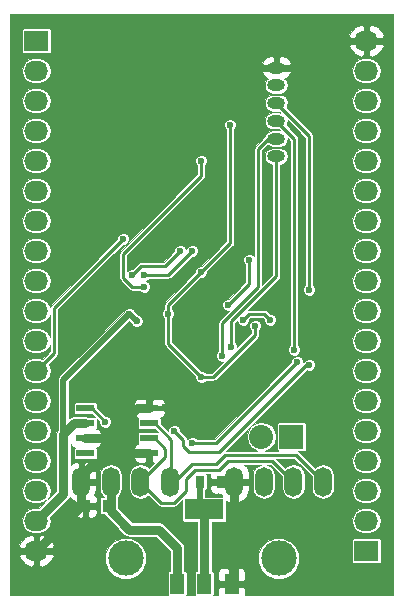
<source format=gbr>
G04 #@! TF.FileFunction,Copper,L2,Bot,Signal*
%FSLAX46Y46*%
G04 Gerber Fmt 4.6, Leading zero omitted, Abs format (unit mm)*
G04 Created by KiCad (PCBNEW 4.0.3-stable) date 09/20/16 19:37:07*
%MOMM*%
%LPD*%
G01*
G04 APERTURE LIST*
%ADD10C,0.100000*%
%ADD11R,1.200000X1.700000*%
%ADD12R,3.300000X1.700000*%
%ADD13R,0.800000X1.000000*%
%ADD14O,1.500000X2.500000*%
%ADD15C,3.000000*%
%ADD16R,1.550000X0.600000*%
%ADD17O,1.524000X1.000000*%
%ADD18R,2.032000X1.727200*%
%ADD19O,2.032000X1.727200*%
%ADD20R,2.032000X2.032000*%
%ADD21O,2.032000X2.032000*%
%ADD22C,0.600000*%
%ADD23C,0.800000*%
%ADD24C,0.250000*%
%ADD25C,0.500000*%
%ADD26C,0.026000*%
G04 APERTURE END LIST*
D10*
D11*
X19064000Y-48514000D03*
X16764000Y-48514000D03*
X14464000Y-48514000D03*
D12*
X16764000Y-42214000D03*
D13*
X8520000Y-41910000D03*
X6720000Y-41910000D03*
X16372000Y-39878000D03*
X18172000Y-39878000D03*
D14*
X6350000Y-39878000D03*
X8850000Y-39878000D03*
X11350000Y-39878000D03*
X13850000Y-39878000D03*
D15*
X10100000Y-46378000D03*
D14*
X19304000Y-39878000D03*
X21804000Y-39878000D03*
X24304000Y-39878000D03*
X26804000Y-39878000D03*
D15*
X23054000Y-46378000D03*
D16*
X6698000Y-37465000D03*
X6698000Y-36195000D03*
X6698000Y-34925000D03*
X6698000Y-33655000D03*
X12098000Y-33655000D03*
X12098000Y-34925000D03*
X12098000Y-36195000D03*
X12098000Y-37465000D03*
D17*
X22860000Y-4826000D03*
X22860000Y-6326000D03*
X22860000Y-7826000D03*
X22860000Y-9326000D03*
X22860000Y-10826000D03*
X22860000Y-12326000D03*
D18*
X2540000Y-2540000D03*
D19*
X2540000Y-5080000D03*
X2540000Y-7620000D03*
X2540000Y-10160000D03*
X2540000Y-12700000D03*
X2540000Y-15240000D03*
X2540000Y-17780000D03*
X2540000Y-20320000D03*
X2540000Y-22860000D03*
X2540000Y-25400000D03*
X2540000Y-27940000D03*
X2540000Y-30480000D03*
X2540000Y-33020000D03*
X2540000Y-35560000D03*
X2540000Y-38100000D03*
X2540000Y-40640000D03*
X2540000Y-43180000D03*
X2540000Y-45720000D03*
D18*
X30480000Y-45720000D03*
D19*
X30480000Y-43180000D03*
X30480000Y-40640000D03*
X30480000Y-38100000D03*
X30480000Y-35560000D03*
X30480000Y-33020000D03*
X30480000Y-30480000D03*
X30480000Y-27940000D03*
X30480000Y-25400000D03*
X30480000Y-22860000D03*
X30480000Y-20320000D03*
X30480000Y-17780000D03*
X30480000Y-15240000D03*
X30480000Y-12700000D03*
X30480000Y-10160000D03*
X30480000Y-7620000D03*
X30480000Y-5080000D03*
X30480000Y-2540000D03*
D20*
X24130000Y-36068000D03*
D21*
X21590000Y-36068000D03*
D22*
X15610000Y-33274000D03*
X16764000Y-17526000D03*
X13462000Y-33528000D03*
X11684000Y-23368000D03*
X16510000Y-12700000D03*
X10668000Y-22352000D03*
X14732000Y-20320000D03*
X15748000Y-20320000D03*
X11684000Y-22352000D03*
X16764000Y-45466000D03*
X10414000Y-25654000D03*
X11049000Y-26289000D03*
X18934000Y-9652000D03*
X16764000Y-44196000D03*
X16510000Y-22098000D03*
X13716000Y-25654000D03*
X21082000Y-26670000D03*
X16510000Y-30988000D03*
X9906000Y-19304000D03*
X20574000Y-21082000D03*
X18796000Y-24892000D03*
X20066000Y-26162000D03*
X22352000Y-26162000D03*
X18288000Y-29210000D03*
X19050000Y-28448000D03*
X25654000Y-29972000D03*
X14224000Y-35560000D03*
X8382000Y-34798000D03*
X6698000Y-37465000D03*
X24638000Y-29718000D03*
X15748000Y-36576000D03*
X24384000Y-28702000D03*
X25654000Y-23622000D03*
D23*
X6350000Y-39878000D02*
X6350000Y-39370000D01*
X6350000Y-39370000D02*
X7112000Y-38608000D01*
X7112000Y-38608000D02*
X7620000Y-38608000D01*
D24*
X13462000Y-33528000D02*
X15356000Y-33528000D01*
X15356000Y-33528000D02*
X15610000Y-33274000D01*
D25*
X16764000Y-17526000D02*
X16764000Y-20574000D01*
X12098000Y-25240000D02*
X16256000Y-21082000D01*
X12098000Y-33655000D02*
X12098000Y-25240000D01*
X16764000Y-20574000D02*
X16256000Y-21082000D01*
D24*
X13335000Y-33655000D02*
X12098000Y-33655000D01*
X13462000Y-33528000D02*
X13335000Y-33655000D01*
D23*
X7620000Y-38608000D02*
X8763000Y-37465000D01*
X8763000Y-37465000D02*
X9779000Y-37465000D01*
X6350000Y-39878000D02*
X6350000Y-41910000D01*
X6350000Y-41910000D02*
X2540000Y-45720000D01*
D25*
X6350000Y-39878000D02*
X6350000Y-41540000D01*
X6350000Y-41540000D02*
X6720000Y-41910000D01*
X18172000Y-39878000D02*
X19304000Y-39878000D01*
D23*
X8509000Y-36195000D02*
X11049000Y-33655000D01*
X11049000Y-33655000D02*
X12098000Y-33655000D01*
X6698000Y-36195000D02*
X8509000Y-36195000D01*
X9779000Y-37465000D02*
X12098000Y-37465000D01*
X8509000Y-36195000D02*
X9779000Y-37465000D01*
X19304000Y-39878000D02*
X19304000Y-48274000D01*
X19304000Y-48274000D02*
X19064000Y-48514000D01*
D24*
X11684000Y-23368000D02*
X10668000Y-23368000D01*
X10668000Y-23368000D02*
X9906000Y-22606000D01*
X9906000Y-22606000D02*
X9906000Y-20574000D01*
X9906000Y-20574000D02*
X16510000Y-13970000D01*
X16510000Y-13970000D02*
X16510000Y-12700000D01*
D23*
X8850000Y-39878000D02*
X8850000Y-42378000D01*
X8850000Y-42378000D02*
X10414000Y-43942000D01*
X10414000Y-43942000D02*
X12914000Y-43942000D01*
D25*
X8850000Y-39878000D02*
X8850000Y-41580000D01*
X8850000Y-41580000D02*
X8520000Y-41910000D01*
D23*
X12914000Y-43942000D02*
X14464000Y-45492000D01*
X14464000Y-45492000D02*
X14464000Y-48514000D01*
D24*
X10668000Y-22352000D02*
X11430000Y-21590000D01*
X11430000Y-21590000D02*
X13462000Y-21590000D01*
X13462000Y-21590000D02*
X14732000Y-20320000D01*
X15748000Y-20320000D02*
X13716000Y-22352000D01*
X11684000Y-22352000D02*
X13716000Y-22352000D01*
D25*
X11049000Y-26289000D02*
X10414000Y-25654000D01*
X4826000Y-35814000D02*
X4826000Y-31242000D01*
X4826000Y-31242000D02*
X10414000Y-25654000D01*
D24*
X18934000Y-19674000D02*
X16510000Y-22098000D01*
X18934000Y-9652000D02*
X18934000Y-19674000D01*
D23*
X16764000Y-44196000D02*
X16764000Y-45466000D01*
D25*
X16372000Y-39878000D02*
X16372000Y-41822000D01*
X16372000Y-41822000D02*
X16764000Y-42214000D01*
D23*
X2540000Y-43180000D02*
X4826000Y-40894000D01*
X5715000Y-34925000D02*
X6698000Y-34925000D01*
X4826000Y-35814000D02*
X5715000Y-34925000D01*
X4826000Y-40894000D02*
X4826000Y-35814000D01*
X16764000Y-48514000D02*
X16764000Y-45466000D01*
X16764000Y-44196000D02*
X16764000Y-42214000D01*
D24*
X13716000Y-25654000D02*
X13716000Y-28194000D01*
X13716000Y-28194000D02*
X16510000Y-30988000D01*
X13716000Y-24892000D02*
X16510000Y-22098000D01*
X13716000Y-25654000D02*
X13716000Y-24892000D01*
X16510000Y-30988000D02*
X17526000Y-30988000D01*
X21082000Y-26670000D02*
X21082000Y-27432000D01*
X21082000Y-27432000D02*
X17526000Y-30988000D01*
X4064000Y-28956000D02*
X2540000Y-30480000D01*
X4064000Y-25146000D02*
X4064000Y-28956000D01*
X9906000Y-19304000D02*
X4064000Y-25146000D01*
X16002000Y-38862000D02*
X18034000Y-38862000D01*
X18034000Y-38862000D02*
X18796000Y-38100000D01*
X14224000Y-41656000D02*
X15240000Y-40640000D01*
X15240000Y-39624000D02*
X16002000Y-38862000D01*
X15240000Y-40640000D02*
X15240000Y-39624000D01*
X12098000Y-36195000D02*
X12573000Y-36195000D01*
X12573000Y-36195000D02*
X13462000Y-37084000D01*
X13462000Y-37084000D02*
X13462000Y-37766000D01*
X13462000Y-37766000D02*
X11350000Y-39878000D01*
X11350000Y-39878000D02*
X13128000Y-41656000D01*
X22526000Y-38100000D02*
X24304000Y-39878000D01*
X18796000Y-38100000D02*
X22526000Y-38100000D01*
X13128000Y-41656000D02*
X14224000Y-41656000D01*
X15748000Y-38354000D02*
X17780000Y-38354000D01*
X17780000Y-38354000D02*
X18542000Y-37592000D01*
X15748000Y-38354000D02*
X14224000Y-39878000D01*
X14224000Y-39878000D02*
X13850000Y-39878000D01*
X12098000Y-34925000D02*
X12573000Y-34925000D01*
X12573000Y-34925000D02*
X13970000Y-36322000D01*
X13970000Y-36322000D02*
X13970000Y-39758000D01*
X13970000Y-39758000D02*
X13850000Y-39878000D01*
X14478000Y-39250000D02*
X13850000Y-39878000D01*
X24518000Y-37592000D02*
X26804000Y-39878000D01*
X18542000Y-37592000D02*
X24518000Y-37592000D01*
X20574000Y-21082000D02*
X20574000Y-23114000D01*
X20574000Y-23114000D02*
X18796000Y-24892000D01*
X20574000Y-25654000D02*
X20066000Y-26162000D01*
X21844000Y-25654000D02*
X20574000Y-25654000D01*
X22352000Y-26162000D02*
X21844000Y-25654000D01*
X21336000Y-11684000D02*
X21336000Y-23368000D01*
X18288000Y-29210000D02*
X18288000Y-26416000D01*
X18288000Y-26416000D02*
X21336000Y-23368000D01*
X21336000Y-11684000D02*
X22194000Y-10826000D01*
X22194000Y-10826000D02*
X22860000Y-10826000D01*
X19050000Y-28448000D02*
X19050000Y-26290398D01*
X22860000Y-22480398D02*
X22860000Y-22352000D01*
X19050000Y-26290398D02*
X22860000Y-22480398D01*
X22860000Y-22352000D02*
X22860000Y-12326000D01*
X6698000Y-33655000D02*
X7239000Y-33655000D01*
X7239000Y-33655000D02*
X8382000Y-34798000D01*
X25400000Y-29972000D02*
X25654000Y-29972000D01*
X18034000Y-37338000D02*
X25400000Y-29972000D01*
X15494000Y-37338000D02*
X18034000Y-37338000D01*
X14986000Y-36830000D02*
X15494000Y-37338000D01*
X14986000Y-36322000D02*
X14986000Y-36830000D01*
X14224000Y-35560000D02*
X14986000Y-36322000D01*
X24638000Y-29718000D02*
X17780000Y-36576000D01*
X15748000Y-36576000D02*
X17780000Y-36576000D01*
X24384000Y-10850000D02*
X22860000Y-9326000D01*
X24384000Y-28702000D02*
X24384000Y-10850000D01*
X25654000Y-23622000D02*
X25654000Y-10620000D01*
X25654000Y-10620000D02*
X22860000Y-7826000D01*
D26*
G36*
X32732000Y-49496000D02*
X20173250Y-49496000D01*
X20185000Y-49467634D01*
X20185000Y-48885250D01*
X20054750Y-48755000D01*
X19305000Y-48755000D01*
X19305000Y-48775000D01*
X18823000Y-48775000D01*
X18823000Y-48755000D01*
X18073250Y-48755000D01*
X17943000Y-48885250D01*
X17943000Y-49467634D01*
X17954750Y-49496000D01*
X17531602Y-49496000D01*
X17564062Y-49448492D01*
X17581172Y-49364000D01*
X17581172Y-47664000D01*
X17566320Y-47585067D01*
X17550426Y-47560366D01*
X17943000Y-47560366D01*
X17943000Y-48142750D01*
X18073250Y-48273000D01*
X18823000Y-48273000D01*
X18823000Y-47273250D01*
X19305000Y-47273250D01*
X19305000Y-48273000D01*
X20054750Y-48273000D01*
X20185000Y-48142750D01*
X20185000Y-47560366D01*
X20105682Y-47368877D01*
X19959122Y-47222317D01*
X19767633Y-47143000D01*
X19435250Y-47143000D01*
X19305000Y-47273250D01*
X18823000Y-47273250D01*
X18692750Y-47143000D01*
X18360367Y-47143000D01*
X18168878Y-47222317D01*
X18022318Y-47368877D01*
X17943000Y-47560366D01*
X17550426Y-47560366D01*
X17519671Y-47512572D01*
X17448492Y-47463938D01*
X17377000Y-47449461D01*
X17377000Y-46717242D01*
X21340703Y-46717242D01*
X21600942Y-47347069D01*
X22082396Y-47829364D01*
X22711768Y-48090702D01*
X23393242Y-48091297D01*
X24023069Y-47831058D01*
X24505364Y-47349604D01*
X24766702Y-46720232D01*
X24767297Y-46038758D01*
X24507058Y-45408931D01*
X24025604Y-44926636D01*
X23856457Y-44856400D01*
X29246828Y-44856400D01*
X29246828Y-46583600D01*
X29261680Y-46662533D01*
X29308329Y-46735028D01*
X29379508Y-46783662D01*
X29464000Y-46800772D01*
X31496000Y-46800772D01*
X31574933Y-46785920D01*
X31647428Y-46739271D01*
X31696062Y-46668092D01*
X31713172Y-46583600D01*
X31713172Y-44856400D01*
X31698320Y-44777467D01*
X31651671Y-44704972D01*
X31580492Y-44656338D01*
X31496000Y-44639228D01*
X29464000Y-44639228D01*
X29385067Y-44654080D01*
X29312572Y-44700729D01*
X29263938Y-44771908D01*
X29246828Y-44856400D01*
X23856457Y-44856400D01*
X23396232Y-44665298D01*
X22714758Y-44664703D01*
X22084931Y-44924942D01*
X21602636Y-45406396D01*
X21341298Y-46035768D01*
X21340703Y-46717242D01*
X17377000Y-46717242D01*
X17377000Y-43281172D01*
X18414000Y-43281172D01*
X18492933Y-43266320D01*
X18565428Y-43219671D01*
X18592533Y-43180000D01*
X29226922Y-43180000D01*
X29308873Y-43591997D01*
X29542251Y-43941271D01*
X29891525Y-44174649D01*
X30303522Y-44256600D01*
X30656478Y-44256600D01*
X31068475Y-44174649D01*
X31417749Y-43941271D01*
X31651127Y-43591997D01*
X31733078Y-43180000D01*
X31651127Y-42768003D01*
X31417749Y-42418729D01*
X31068475Y-42185351D01*
X30656478Y-42103400D01*
X30303522Y-42103400D01*
X29891525Y-42185351D01*
X29542251Y-42418729D01*
X29308873Y-42768003D01*
X29226922Y-43180000D01*
X18592533Y-43180000D01*
X18614062Y-43148492D01*
X18631172Y-43064000D01*
X18631172Y-41470792D01*
X18870746Y-41572877D01*
X19063000Y-41493002D01*
X19063000Y-40554060D01*
X19093000Y-40481634D01*
X19093000Y-40249250D01*
X19063000Y-40219250D01*
X19063000Y-40119000D01*
X19545000Y-40119000D01*
X19545000Y-41493002D01*
X19737254Y-41572877D01*
X20032320Y-41447146D01*
X20386024Y-41087046D01*
X20575000Y-40619000D01*
X20575000Y-40119000D01*
X19545000Y-40119000D01*
X19063000Y-40119000D01*
X18033000Y-40119000D01*
X18033000Y-40139000D01*
X17972000Y-40139000D01*
X17972000Y-40119000D01*
X17381250Y-40119000D01*
X17251000Y-40249250D01*
X17251000Y-40481634D01*
X17330318Y-40673123D01*
X17476878Y-40819683D01*
X17668367Y-40899000D01*
X17841750Y-40899000D01*
X17930998Y-40809752D01*
X17930998Y-40899000D01*
X18146051Y-40899000D01*
X18221976Y-41087046D01*
X18280696Y-41146828D01*
X16835000Y-41146828D01*
X16835000Y-40583318D01*
X16850933Y-40580320D01*
X16923428Y-40533671D01*
X16972062Y-40462492D01*
X16989172Y-40378000D01*
X16989172Y-39378000D01*
X16974320Y-39299067D01*
X16927671Y-39226572D01*
X16888781Y-39200000D01*
X17281804Y-39200000D01*
X17251000Y-39274366D01*
X17251000Y-39506750D01*
X17381250Y-39637000D01*
X17972000Y-39637000D01*
X17972000Y-39617000D01*
X18033000Y-39617000D01*
X18033000Y-39637000D01*
X19063000Y-39637000D01*
X19063000Y-39617000D01*
X19545000Y-39617000D01*
X19545000Y-39637000D01*
X20575000Y-39637000D01*
X20575000Y-39137000D01*
X20386024Y-38668954D01*
X20159172Y-38438000D01*
X21544278Y-38438000D01*
X21435476Y-38459642D01*
X21123056Y-38668394D01*
X20914304Y-38980814D01*
X20841000Y-39349338D01*
X20841000Y-40406662D01*
X20914304Y-40775186D01*
X21123056Y-41087606D01*
X21435476Y-41296358D01*
X21804000Y-41369662D01*
X22172524Y-41296358D01*
X22484944Y-41087606D01*
X22693696Y-40775186D01*
X22767000Y-40406662D01*
X22767000Y-39349338D01*
X22693696Y-38980814D01*
X22484944Y-38668394D01*
X22172524Y-38459642D01*
X22063722Y-38438000D01*
X22385996Y-38438000D01*
X23341000Y-39393004D01*
X23341000Y-40406662D01*
X23414304Y-40775186D01*
X23623056Y-41087606D01*
X23935476Y-41296358D01*
X24304000Y-41369662D01*
X24672524Y-41296358D01*
X24984944Y-41087606D01*
X25193696Y-40775186D01*
X25267000Y-40406662D01*
X25267000Y-39349338D01*
X25193696Y-38980814D01*
X24984944Y-38668394D01*
X24672524Y-38459642D01*
X24304000Y-38386338D01*
X23935476Y-38459642D01*
X23623056Y-38668394D01*
X23602765Y-38698761D01*
X22834004Y-37930000D01*
X24377996Y-37930000D01*
X25841000Y-39393004D01*
X25841000Y-40406662D01*
X25914304Y-40775186D01*
X26123056Y-41087606D01*
X26435476Y-41296358D01*
X26804000Y-41369662D01*
X27172524Y-41296358D01*
X27484944Y-41087606D01*
X27693696Y-40775186D01*
X27720586Y-40640000D01*
X29226922Y-40640000D01*
X29308873Y-41051997D01*
X29542251Y-41401271D01*
X29891525Y-41634649D01*
X30303522Y-41716600D01*
X30656478Y-41716600D01*
X31068475Y-41634649D01*
X31417749Y-41401271D01*
X31651127Y-41051997D01*
X31733078Y-40640000D01*
X31651127Y-40228003D01*
X31417749Y-39878729D01*
X31068475Y-39645351D01*
X30656478Y-39563400D01*
X30303522Y-39563400D01*
X29891525Y-39645351D01*
X29542251Y-39878729D01*
X29308873Y-40228003D01*
X29226922Y-40640000D01*
X27720586Y-40640000D01*
X27767000Y-40406662D01*
X27767000Y-39349338D01*
X27693696Y-38980814D01*
X27484944Y-38668394D01*
X27172524Y-38459642D01*
X26804000Y-38386338D01*
X26435476Y-38459642D01*
X26123056Y-38668394D01*
X26102765Y-38698761D01*
X25504004Y-38100000D01*
X29226922Y-38100000D01*
X29308873Y-38511997D01*
X29542251Y-38861271D01*
X29891525Y-39094649D01*
X30303522Y-39176600D01*
X30656478Y-39176600D01*
X31068475Y-39094649D01*
X31417749Y-38861271D01*
X31651127Y-38511997D01*
X31733078Y-38100000D01*
X31651127Y-37688003D01*
X31417749Y-37338729D01*
X31068475Y-37105351D01*
X30656478Y-37023400D01*
X30303522Y-37023400D01*
X29891525Y-37105351D01*
X29542251Y-37338729D01*
X29308873Y-37688003D01*
X29226922Y-38100000D01*
X25504004Y-38100000D01*
X24757002Y-37352998D01*
X24679439Y-37301172D01*
X25146000Y-37301172D01*
X25224933Y-37286320D01*
X25297428Y-37239671D01*
X25346062Y-37168492D01*
X25363172Y-37084000D01*
X25363172Y-35560000D01*
X29226922Y-35560000D01*
X29308873Y-35971997D01*
X29542251Y-36321271D01*
X29891525Y-36554649D01*
X30303522Y-36636600D01*
X30656478Y-36636600D01*
X31068475Y-36554649D01*
X31417749Y-36321271D01*
X31651127Y-35971997D01*
X31733078Y-35560000D01*
X31651127Y-35148003D01*
X31417749Y-34798729D01*
X31068475Y-34565351D01*
X30656478Y-34483400D01*
X30303522Y-34483400D01*
X29891525Y-34565351D01*
X29542251Y-34798729D01*
X29308873Y-35148003D01*
X29226922Y-35560000D01*
X25363172Y-35560000D01*
X25363172Y-35052000D01*
X25348320Y-34973067D01*
X25301671Y-34900572D01*
X25230492Y-34851938D01*
X25146000Y-34834828D01*
X23114000Y-34834828D01*
X23035067Y-34849680D01*
X22962572Y-34896329D01*
X22913938Y-34967508D01*
X22896828Y-35052000D01*
X22896828Y-37084000D01*
X22911680Y-37162933D01*
X22958329Y-37235428D01*
X22985510Y-37254000D01*
X21927224Y-37254000D01*
X22060318Y-37227526D01*
X22459034Y-36961112D01*
X22725448Y-36562396D01*
X22819000Y-36092078D01*
X22819000Y-36043922D01*
X22725448Y-35573604D01*
X22459034Y-35174888D01*
X22060318Y-34908474D01*
X21590000Y-34814922D01*
X21119682Y-34908474D01*
X20720966Y-35174888D01*
X20454552Y-35573604D01*
X20361000Y-36043922D01*
X20361000Y-36092078D01*
X20454552Y-36562396D01*
X20720966Y-36961112D01*
X21119682Y-37227526D01*
X21252776Y-37254000D01*
X18596004Y-37254000D01*
X22830004Y-33020000D01*
X29226922Y-33020000D01*
X29308873Y-33431997D01*
X29542251Y-33781271D01*
X29891525Y-34014649D01*
X30303522Y-34096600D01*
X30656478Y-34096600D01*
X31068475Y-34014649D01*
X31417749Y-33781271D01*
X31651127Y-33431997D01*
X31733078Y-33020000D01*
X31651127Y-32608003D01*
X31417749Y-32258729D01*
X31068475Y-32025351D01*
X30656478Y-31943400D01*
X30303522Y-31943400D01*
X29891525Y-32025351D01*
X29542251Y-32258729D01*
X29308873Y-32608003D01*
X29226922Y-33020000D01*
X22830004Y-33020000D01*
X25419789Y-30430215D01*
X25551510Y-30484910D01*
X25755594Y-30485089D01*
X25767910Y-30480000D01*
X29226922Y-30480000D01*
X29308873Y-30891997D01*
X29542251Y-31241271D01*
X29891525Y-31474649D01*
X30303522Y-31556600D01*
X30656478Y-31556600D01*
X31068475Y-31474649D01*
X31417749Y-31241271D01*
X31651127Y-30891997D01*
X31733078Y-30480000D01*
X31651127Y-30068003D01*
X31417749Y-29718729D01*
X31068475Y-29485351D01*
X30656478Y-29403400D01*
X30303522Y-29403400D01*
X29891525Y-29485351D01*
X29542251Y-29718729D01*
X29308873Y-30068003D01*
X29226922Y-30480000D01*
X25767910Y-30480000D01*
X25944211Y-30407154D01*
X26088646Y-30262970D01*
X26166910Y-30074490D01*
X26167089Y-29870406D01*
X26089154Y-29681789D01*
X25944970Y-29537354D01*
X25756490Y-29459090D01*
X25552406Y-29458911D01*
X25363789Y-29536846D01*
X25219354Y-29681030D01*
X25211897Y-29698988D01*
X25160998Y-29732998D01*
X25150978Y-29743018D01*
X25151089Y-29616406D01*
X25073154Y-29427789D01*
X24928970Y-29283354D01*
X24740490Y-29205090D01*
X24536406Y-29204911D01*
X24347789Y-29282846D01*
X24203354Y-29427030D01*
X24125090Y-29615510D01*
X24124969Y-29753027D01*
X17639996Y-36238000D01*
X16135448Y-36238000D01*
X16038970Y-36141354D01*
X15850490Y-36063090D01*
X15646406Y-36062911D01*
X15457789Y-36140846D01*
X15316101Y-36282288D01*
X15298271Y-36192653D01*
X15225002Y-36082998D01*
X14736969Y-35594965D01*
X14737089Y-35458406D01*
X14659154Y-35269789D01*
X14514970Y-35125354D01*
X14326490Y-35047090D01*
X14122406Y-35046911D01*
X13933789Y-35124846D01*
X13789354Y-35269030D01*
X13711090Y-35457510D01*
X13710978Y-35584974D01*
X13090172Y-34964168D01*
X13090172Y-34625000D01*
X13075320Y-34546067D01*
X13028671Y-34473572D01*
X13011243Y-34461664D01*
X13168122Y-34396683D01*
X13314682Y-34250123D01*
X13394000Y-34058634D01*
X13394000Y-33935250D01*
X13263750Y-33805000D01*
X12339000Y-33805000D01*
X12339000Y-33916000D01*
X11857000Y-33916000D01*
X11857000Y-33805000D01*
X10932250Y-33805000D01*
X10802000Y-33935250D01*
X10802000Y-34058634D01*
X10881318Y-34250123D01*
X11027878Y-34396683D01*
X11183982Y-34461343D01*
X11171572Y-34469329D01*
X11122938Y-34540508D01*
X11105828Y-34625000D01*
X11105828Y-35225000D01*
X11120680Y-35303933D01*
X11167329Y-35376428D01*
X11238508Y-35425062D01*
X11323000Y-35442172D01*
X12612168Y-35442172D01*
X12847824Y-35677828D01*
X11323000Y-35677828D01*
X11244067Y-35692680D01*
X11171572Y-35739329D01*
X11122938Y-35810508D01*
X11105828Y-35895000D01*
X11105828Y-36495000D01*
X11120680Y-36573933D01*
X11167329Y-36646428D01*
X11184757Y-36658336D01*
X11027878Y-36723317D01*
X10881318Y-36869877D01*
X10802000Y-37061366D01*
X10802000Y-37184750D01*
X10932250Y-37315000D01*
X11857000Y-37315000D01*
X11857000Y-37204000D01*
X12339000Y-37204000D01*
X12339000Y-37315000D01*
X12359000Y-37315000D01*
X12359000Y-37615000D01*
X12339000Y-37615000D01*
X12339000Y-38155750D01*
X12466623Y-38283373D01*
X12051235Y-38698761D01*
X12030944Y-38668394D01*
X11718524Y-38459642D01*
X11350000Y-38386338D01*
X10981476Y-38459642D01*
X10669056Y-38668394D01*
X10460304Y-38980814D01*
X10387000Y-39349338D01*
X10387000Y-40406662D01*
X10460304Y-40775186D01*
X10669056Y-41087606D01*
X10981476Y-41296358D01*
X11350000Y-41369662D01*
X11718524Y-41296358D01*
X12030944Y-41087606D01*
X12051235Y-41057239D01*
X12888998Y-41895002D01*
X12998653Y-41968271D01*
X13128000Y-41994000D01*
X14224000Y-41994000D01*
X14353347Y-41968271D01*
X14463002Y-41895002D01*
X14896828Y-41461176D01*
X14896828Y-43064000D01*
X14911680Y-43142933D01*
X14958329Y-43215428D01*
X15029508Y-43264062D01*
X15114000Y-43281172D01*
X16151000Y-43281172D01*
X16151000Y-47449274D01*
X16085067Y-47461680D01*
X16012572Y-47508329D01*
X15963938Y-47579508D01*
X15946828Y-47664000D01*
X15946828Y-49364000D01*
X15961680Y-49442933D01*
X15995827Y-49496000D01*
X15231602Y-49496000D01*
X15264062Y-49448492D01*
X15281172Y-49364000D01*
X15281172Y-47664000D01*
X15266320Y-47585067D01*
X15219671Y-47512572D01*
X15148492Y-47463938D01*
X15077000Y-47449461D01*
X15077000Y-45492000D01*
X15030338Y-45257415D01*
X14897456Y-45058544D01*
X13347456Y-43508544D01*
X13148585Y-43375662D01*
X12914000Y-43329000D01*
X10667912Y-43329000D01*
X9463000Y-42124088D01*
X9463000Y-41133005D01*
X9530944Y-41087606D01*
X9739696Y-40775186D01*
X9813000Y-40406662D01*
X9813000Y-39349338D01*
X9739696Y-38980814D01*
X9530944Y-38668394D01*
X9218524Y-38459642D01*
X8850000Y-38386338D01*
X8481476Y-38459642D01*
X8169056Y-38668394D01*
X7960304Y-38980814D01*
X7887000Y-39349338D01*
X7887000Y-40406662D01*
X7960304Y-40775186D01*
X8169056Y-41087606D01*
X8237000Y-41133005D01*
X8237000Y-41192828D01*
X8120000Y-41192828D01*
X8041067Y-41207680D01*
X7968572Y-41254329D01*
X7919938Y-41325508D01*
X7902828Y-41410000D01*
X7902828Y-42410000D01*
X7917680Y-42488933D01*
X7964329Y-42561428D01*
X8035508Y-42610062D01*
X8120000Y-42627172D01*
X8293409Y-42627172D01*
X8416544Y-42811456D01*
X9980544Y-44375456D01*
X10179415Y-44508338D01*
X10414000Y-44555000D01*
X12660088Y-44555000D01*
X13851000Y-45745912D01*
X13851000Y-47449274D01*
X13785067Y-47461680D01*
X13712572Y-47508329D01*
X13663938Y-47579508D01*
X13646828Y-47664000D01*
X13646828Y-49364000D01*
X13661680Y-49442933D01*
X13695827Y-49496000D01*
X288000Y-49496000D01*
X288000Y-46171326D01*
X1078622Y-46171326D01*
X1221607Y-46457627D01*
X1592641Y-46847685D01*
X2084700Y-47066063D01*
X2299000Y-46966625D01*
X2299000Y-45961000D01*
X2781000Y-45961000D01*
X2781000Y-46966625D01*
X2995300Y-47066063D01*
X3487359Y-46847685D01*
X3611440Y-46717242D01*
X8386703Y-46717242D01*
X8646942Y-47347069D01*
X9128396Y-47829364D01*
X9757768Y-48090702D01*
X10439242Y-48091297D01*
X11069069Y-47831058D01*
X11551364Y-47349604D01*
X11812702Y-46720232D01*
X11813297Y-46038758D01*
X11553058Y-45408931D01*
X11071604Y-44926636D01*
X10442232Y-44665298D01*
X9760758Y-44664703D01*
X9130931Y-44924942D01*
X8648636Y-45406396D01*
X8387298Y-46035768D01*
X8386703Y-46717242D01*
X3611440Y-46717242D01*
X3858393Y-46457627D01*
X4001378Y-46171326D01*
X3923380Y-45961000D01*
X2781000Y-45961000D01*
X2299000Y-45961000D01*
X1156620Y-45961000D01*
X1078622Y-46171326D01*
X288000Y-46171326D01*
X288000Y-45268674D01*
X1078622Y-45268674D01*
X1156620Y-45479000D01*
X2299000Y-45479000D01*
X2299000Y-44473375D01*
X2781000Y-44473375D01*
X2781000Y-45479000D01*
X3923380Y-45479000D01*
X4001378Y-45268674D01*
X3858393Y-44982373D01*
X3487359Y-44592315D01*
X2995300Y-44373937D01*
X2781000Y-44473375D01*
X2299000Y-44473375D01*
X2084700Y-44373937D01*
X1592641Y-44592315D01*
X1221607Y-44982373D01*
X1078622Y-45268674D01*
X288000Y-45268674D01*
X288000Y-40640000D01*
X1286922Y-40640000D01*
X1368873Y-41051997D01*
X1602251Y-41401271D01*
X1951525Y-41634649D01*
X2363522Y-41716600D01*
X2716478Y-41716600D01*
X3128475Y-41634649D01*
X3399596Y-41453491D01*
X2744178Y-42108910D01*
X2716478Y-42103400D01*
X2363522Y-42103400D01*
X1951525Y-42185351D01*
X1602251Y-42418729D01*
X1368873Y-42768003D01*
X1286922Y-43180000D01*
X1368873Y-43591997D01*
X1602251Y-43941271D01*
X1951525Y-44174649D01*
X2363522Y-44256600D01*
X2716478Y-44256600D01*
X3128475Y-44174649D01*
X3477749Y-43941271D01*
X3711127Y-43591997D01*
X3793078Y-43180000D01*
X3729009Y-42857903D01*
X4305662Y-42281250D01*
X5799000Y-42281250D01*
X5799000Y-42513634D01*
X5878318Y-42705123D01*
X6024878Y-42851683D01*
X6216367Y-42931000D01*
X6389750Y-42931000D01*
X6520000Y-42800750D01*
X6520000Y-42151000D01*
X6920000Y-42151000D01*
X6920000Y-42800750D01*
X7050250Y-42931000D01*
X7223633Y-42931000D01*
X7415122Y-42851683D01*
X7561682Y-42705123D01*
X7641000Y-42513634D01*
X7641000Y-42281250D01*
X7510750Y-42151000D01*
X6920000Y-42151000D01*
X6520000Y-42151000D01*
X5929250Y-42151000D01*
X5799000Y-42281250D01*
X4305662Y-42281250D01*
X5259456Y-41327457D01*
X5358508Y-41179215D01*
X5621680Y-41447146D01*
X5799000Y-41522704D01*
X5799000Y-41538750D01*
X5929250Y-41669000D01*
X6520000Y-41669000D01*
X6520000Y-41649000D01*
X6920000Y-41649000D01*
X6920000Y-41669000D01*
X7510750Y-41669000D01*
X7641000Y-41538750D01*
X7641000Y-41306366D01*
X7561682Y-41114877D01*
X7461312Y-41014507D01*
X7621000Y-40619000D01*
X7621000Y-40119000D01*
X6591000Y-40119000D01*
X6591000Y-40139000D01*
X6109000Y-40139000D01*
X6109000Y-40119000D01*
X6089000Y-40119000D01*
X6089000Y-39637000D01*
X6109000Y-39637000D01*
X6109000Y-38262998D01*
X6591000Y-38262998D01*
X6591000Y-39637000D01*
X7621000Y-39637000D01*
X7621000Y-39137000D01*
X7432024Y-38668954D01*
X7078320Y-38308854D01*
X6783254Y-38183123D01*
X6591000Y-38262998D01*
X6109000Y-38262998D01*
X5916746Y-38183123D01*
X5621680Y-38308854D01*
X5439000Y-38494837D01*
X5439000Y-36687959D01*
X5481318Y-36790123D01*
X5627878Y-36936683D01*
X5783982Y-37001343D01*
X5771572Y-37009329D01*
X5722938Y-37080508D01*
X5705828Y-37165000D01*
X5705828Y-37765000D01*
X5720680Y-37843933D01*
X5767329Y-37916428D01*
X5838508Y-37965062D01*
X5923000Y-37982172D01*
X7473000Y-37982172D01*
X7551933Y-37967320D01*
X7624428Y-37920671D01*
X7673062Y-37849492D01*
X7690172Y-37765000D01*
X7690172Y-37745250D01*
X10802000Y-37745250D01*
X10802000Y-37868634D01*
X10881318Y-38060123D01*
X11027878Y-38206683D01*
X11219367Y-38286000D01*
X11726750Y-38286000D01*
X11857000Y-38155750D01*
X11857000Y-37615000D01*
X10932250Y-37615000D01*
X10802000Y-37745250D01*
X7690172Y-37745250D01*
X7690172Y-37165000D01*
X7675320Y-37086067D01*
X7628671Y-37013572D01*
X7611243Y-37001664D01*
X7768122Y-36936683D01*
X7914682Y-36790123D01*
X7994000Y-36598634D01*
X7994000Y-36475250D01*
X7863750Y-36345000D01*
X6939000Y-36345000D01*
X6939000Y-36456000D01*
X6457000Y-36456000D01*
X6457000Y-36345000D01*
X6437000Y-36345000D01*
X6437000Y-36045000D01*
X6457000Y-36045000D01*
X6457000Y-35934000D01*
X6939000Y-35934000D01*
X6939000Y-36045000D01*
X7863750Y-36045000D01*
X7994000Y-35914750D01*
X7994000Y-35791366D01*
X7914682Y-35599877D01*
X7768122Y-35453317D01*
X7612018Y-35388657D01*
X7624428Y-35380671D01*
X7673062Y-35309492D01*
X7690172Y-35225000D01*
X7690172Y-34625000D01*
X7680710Y-34574714D01*
X7869031Y-34763035D01*
X7868911Y-34899594D01*
X7946846Y-35088211D01*
X8091030Y-35232646D01*
X8279510Y-35310910D01*
X8483594Y-35311089D01*
X8672211Y-35233154D01*
X8816646Y-35088970D01*
X8894910Y-34900490D01*
X8895089Y-34696406D01*
X8817154Y-34507789D01*
X8672970Y-34363354D01*
X8484490Y-34285090D01*
X8346973Y-34284969D01*
X7690172Y-33628168D01*
X7690172Y-33355000D01*
X7675320Y-33276067D01*
X7659426Y-33251366D01*
X10802000Y-33251366D01*
X10802000Y-33374750D01*
X10932250Y-33505000D01*
X11857000Y-33505000D01*
X11857000Y-32964250D01*
X12339000Y-32964250D01*
X12339000Y-33505000D01*
X13263750Y-33505000D01*
X13394000Y-33374750D01*
X13394000Y-33251366D01*
X13314682Y-33059877D01*
X13168122Y-32913317D01*
X12976633Y-32834000D01*
X12469250Y-32834000D01*
X12339000Y-32964250D01*
X11857000Y-32964250D01*
X11726750Y-32834000D01*
X11219367Y-32834000D01*
X11027878Y-32913317D01*
X10881318Y-33059877D01*
X10802000Y-33251366D01*
X7659426Y-33251366D01*
X7628671Y-33203572D01*
X7557492Y-33154938D01*
X7473000Y-33137828D01*
X5923000Y-33137828D01*
X5844067Y-33152680D01*
X5771572Y-33199329D01*
X5722938Y-33270508D01*
X5705828Y-33355000D01*
X5705828Y-33955000D01*
X5720680Y-34033933D01*
X5767329Y-34106428D01*
X5838508Y-34155062D01*
X5923000Y-34172172D01*
X7278168Y-34172172D01*
X7524190Y-34418194D01*
X7473000Y-34407828D01*
X7006167Y-34407828D01*
X6932585Y-34358662D01*
X6698000Y-34312000D01*
X5715000Y-34312000D01*
X5480415Y-34358662D01*
X5289000Y-34486561D01*
X5289000Y-31433780D01*
X10414000Y-26308781D01*
X10564145Y-26458926D01*
X10613846Y-26579211D01*
X10758030Y-26723646D01*
X10946510Y-26801910D01*
X11150594Y-26802089D01*
X11339211Y-26724154D01*
X11483646Y-26579970D01*
X11561910Y-26391490D01*
X11562089Y-26187406D01*
X11484154Y-25998789D01*
X11339970Y-25854354D01*
X11218835Y-25804054D01*
X11170375Y-25755594D01*
X13202911Y-25755594D01*
X13280846Y-25944211D01*
X13378000Y-26041534D01*
X13378000Y-28194000D01*
X13403729Y-28323347D01*
X13476998Y-28433002D01*
X15997031Y-30953035D01*
X15996911Y-31089594D01*
X16074846Y-31278211D01*
X16219030Y-31422646D01*
X16407510Y-31500910D01*
X16611594Y-31501089D01*
X16800211Y-31423154D01*
X16897534Y-31326000D01*
X17526000Y-31326000D01*
X17655347Y-31300271D01*
X17765002Y-31227002D01*
X21321002Y-27671002D01*
X21394271Y-27561347D01*
X21420000Y-27432000D01*
X21420000Y-27057448D01*
X21516646Y-26960970D01*
X21594910Y-26772490D01*
X21595089Y-26568406D01*
X21517154Y-26379789D01*
X21372970Y-26235354D01*
X21184490Y-26157090D01*
X20980406Y-26156911D01*
X20791789Y-26234846D01*
X20647354Y-26379030D01*
X20569090Y-26567510D01*
X20568911Y-26771594D01*
X20646846Y-26960211D01*
X20744000Y-27057534D01*
X20744000Y-27291996D01*
X19562978Y-28473018D01*
X19563089Y-28346406D01*
X19485154Y-28157789D01*
X19388000Y-28060466D01*
X19388000Y-26430402D01*
X19553466Y-26264936D01*
X19630846Y-26452211D01*
X19775030Y-26596646D01*
X19963510Y-26674910D01*
X20167594Y-26675089D01*
X20356211Y-26597154D01*
X20500646Y-26452970D01*
X20578910Y-26264490D01*
X20579031Y-26126973D01*
X20714004Y-25992000D01*
X21703996Y-25992000D01*
X21839031Y-26127035D01*
X21838911Y-26263594D01*
X21916846Y-26452211D01*
X22061030Y-26596646D01*
X22249510Y-26674910D01*
X22453594Y-26675089D01*
X22642211Y-26597154D01*
X22786646Y-26452970D01*
X22864910Y-26264490D01*
X22865089Y-26060406D01*
X22787154Y-25871789D01*
X22642970Y-25727354D01*
X22454490Y-25649090D01*
X22316973Y-25648969D01*
X22083002Y-25414998D01*
X21973347Y-25341729D01*
X21844000Y-25316000D01*
X20574000Y-25316000D01*
X20484624Y-25333778D01*
X23099002Y-22719400D01*
X23172271Y-22609745D01*
X23198000Y-22480398D01*
X23198000Y-13027682D01*
X23413954Y-12984726D01*
X23645268Y-12830167D01*
X23799827Y-12598853D01*
X23854101Y-12326000D01*
X23799827Y-12053147D01*
X23645268Y-11821833D01*
X23413954Y-11667274D01*
X23141101Y-11613000D01*
X22578899Y-11613000D01*
X22306046Y-11667274D01*
X22074732Y-11821833D01*
X21920173Y-12053147D01*
X21865899Y-12326000D01*
X21920173Y-12598853D01*
X22074732Y-12830167D01*
X22306046Y-12984726D01*
X22522000Y-13027682D01*
X22522000Y-22340394D01*
X21674000Y-23188394D01*
X21674000Y-11824004D01*
X22130544Y-11367460D01*
X22306046Y-11484726D01*
X22578899Y-11539000D01*
X23141101Y-11539000D01*
X23413954Y-11484726D01*
X23645268Y-11330167D01*
X23799827Y-11098853D01*
X23854101Y-10826000D01*
X23847175Y-10791179D01*
X24046000Y-10990004D01*
X24046000Y-28314552D01*
X23949354Y-28411030D01*
X23871090Y-28599510D01*
X23870911Y-28803594D01*
X23948846Y-28992211D01*
X24093030Y-29136646D01*
X24281510Y-29214910D01*
X24485594Y-29215089D01*
X24674211Y-29137154D01*
X24818646Y-28992970D01*
X24896910Y-28804490D01*
X24897089Y-28600406D01*
X24819154Y-28411789D01*
X24722000Y-28314466D01*
X24722000Y-27940000D01*
X29226922Y-27940000D01*
X29308873Y-28351997D01*
X29542251Y-28701271D01*
X29891525Y-28934649D01*
X30303522Y-29016600D01*
X30656478Y-29016600D01*
X31068475Y-28934649D01*
X31417749Y-28701271D01*
X31651127Y-28351997D01*
X31733078Y-27940000D01*
X31651127Y-27528003D01*
X31417749Y-27178729D01*
X31068475Y-26945351D01*
X30656478Y-26863400D01*
X30303522Y-26863400D01*
X29891525Y-26945351D01*
X29542251Y-27178729D01*
X29308873Y-27528003D01*
X29226922Y-27940000D01*
X24722000Y-27940000D01*
X24722000Y-25400000D01*
X29226922Y-25400000D01*
X29308873Y-25811997D01*
X29542251Y-26161271D01*
X29891525Y-26394649D01*
X30303522Y-26476600D01*
X30656478Y-26476600D01*
X31068475Y-26394649D01*
X31417749Y-26161271D01*
X31651127Y-25811997D01*
X31733078Y-25400000D01*
X31651127Y-24988003D01*
X31417749Y-24638729D01*
X31068475Y-24405351D01*
X30656478Y-24323400D01*
X30303522Y-24323400D01*
X29891525Y-24405351D01*
X29542251Y-24638729D01*
X29308873Y-24988003D01*
X29226922Y-25400000D01*
X24722000Y-25400000D01*
X24722000Y-10850000D01*
X24696271Y-10720653D01*
X24623002Y-10610998D01*
X23724136Y-9712132D01*
X23799827Y-9598853D01*
X23854101Y-9326000D01*
X23847175Y-9291179D01*
X25316000Y-10760004D01*
X25316000Y-23234552D01*
X25219354Y-23331030D01*
X25141090Y-23519510D01*
X25140911Y-23723594D01*
X25218846Y-23912211D01*
X25363030Y-24056646D01*
X25551510Y-24134910D01*
X25755594Y-24135089D01*
X25944211Y-24057154D01*
X26088646Y-23912970D01*
X26166910Y-23724490D01*
X26167089Y-23520406D01*
X26089154Y-23331789D01*
X25992000Y-23234466D01*
X25992000Y-22860000D01*
X29226922Y-22860000D01*
X29308873Y-23271997D01*
X29542251Y-23621271D01*
X29891525Y-23854649D01*
X30303522Y-23936600D01*
X30656478Y-23936600D01*
X31068475Y-23854649D01*
X31417749Y-23621271D01*
X31651127Y-23271997D01*
X31733078Y-22860000D01*
X31651127Y-22448003D01*
X31417749Y-22098729D01*
X31068475Y-21865351D01*
X30656478Y-21783400D01*
X30303522Y-21783400D01*
X29891525Y-21865351D01*
X29542251Y-22098729D01*
X29308873Y-22448003D01*
X29226922Y-22860000D01*
X25992000Y-22860000D01*
X25992000Y-20320000D01*
X29226922Y-20320000D01*
X29308873Y-20731997D01*
X29542251Y-21081271D01*
X29891525Y-21314649D01*
X30303522Y-21396600D01*
X30656478Y-21396600D01*
X31068475Y-21314649D01*
X31417749Y-21081271D01*
X31651127Y-20731997D01*
X31733078Y-20320000D01*
X31651127Y-19908003D01*
X31417749Y-19558729D01*
X31068475Y-19325351D01*
X30656478Y-19243400D01*
X30303522Y-19243400D01*
X29891525Y-19325351D01*
X29542251Y-19558729D01*
X29308873Y-19908003D01*
X29226922Y-20320000D01*
X25992000Y-20320000D01*
X25992000Y-17780000D01*
X29226922Y-17780000D01*
X29308873Y-18191997D01*
X29542251Y-18541271D01*
X29891525Y-18774649D01*
X30303522Y-18856600D01*
X30656478Y-18856600D01*
X31068475Y-18774649D01*
X31417749Y-18541271D01*
X31651127Y-18191997D01*
X31733078Y-17780000D01*
X31651127Y-17368003D01*
X31417749Y-17018729D01*
X31068475Y-16785351D01*
X30656478Y-16703400D01*
X30303522Y-16703400D01*
X29891525Y-16785351D01*
X29542251Y-17018729D01*
X29308873Y-17368003D01*
X29226922Y-17780000D01*
X25992000Y-17780000D01*
X25992000Y-15240000D01*
X29226922Y-15240000D01*
X29308873Y-15651997D01*
X29542251Y-16001271D01*
X29891525Y-16234649D01*
X30303522Y-16316600D01*
X30656478Y-16316600D01*
X31068475Y-16234649D01*
X31417749Y-16001271D01*
X31651127Y-15651997D01*
X31733078Y-15240000D01*
X31651127Y-14828003D01*
X31417749Y-14478729D01*
X31068475Y-14245351D01*
X30656478Y-14163400D01*
X30303522Y-14163400D01*
X29891525Y-14245351D01*
X29542251Y-14478729D01*
X29308873Y-14828003D01*
X29226922Y-15240000D01*
X25992000Y-15240000D01*
X25992000Y-12700000D01*
X29226922Y-12700000D01*
X29308873Y-13111997D01*
X29542251Y-13461271D01*
X29891525Y-13694649D01*
X30303522Y-13776600D01*
X30656478Y-13776600D01*
X31068475Y-13694649D01*
X31417749Y-13461271D01*
X31651127Y-13111997D01*
X31733078Y-12700000D01*
X31651127Y-12288003D01*
X31417749Y-11938729D01*
X31068475Y-11705351D01*
X30656478Y-11623400D01*
X30303522Y-11623400D01*
X29891525Y-11705351D01*
X29542251Y-11938729D01*
X29308873Y-12288003D01*
X29226922Y-12700000D01*
X25992000Y-12700000D01*
X25992000Y-10620000D01*
X25966271Y-10490653D01*
X25893002Y-10380998D01*
X25672004Y-10160000D01*
X29226922Y-10160000D01*
X29308873Y-10571997D01*
X29542251Y-10921271D01*
X29891525Y-11154649D01*
X30303522Y-11236600D01*
X30656478Y-11236600D01*
X31068475Y-11154649D01*
X31417749Y-10921271D01*
X31651127Y-10571997D01*
X31733078Y-10160000D01*
X31651127Y-9748003D01*
X31417749Y-9398729D01*
X31068475Y-9165351D01*
X30656478Y-9083400D01*
X30303522Y-9083400D01*
X29891525Y-9165351D01*
X29542251Y-9398729D01*
X29308873Y-9748003D01*
X29226922Y-10160000D01*
X25672004Y-10160000D01*
X23724136Y-8212132D01*
X23799827Y-8098853D01*
X23854101Y-7826000D01*
X23813125Y-7620000D01*
X29226922Y-7620000D01*
X29308873Y-8031997D01*
X29542251Y-8381271D01*
X29891525Y-8614649D01*
X30303522Y-8696600D01*
X30656478Y-8696600D01*
X31068475Y-8614649D01*
X31417749Y-8381271D01*
X31651127Y-8031997D01*
X31733078Y-7620000D01*
X31651127Y-7208003D01*
X31417749Y-6858729D01*
X31068475Y-6625351D01*
X30656478Y-6543400D01*
X30303522Y-6543400D01*
X29891525Y-6625351D01*
X29542251Y-6858729D01*
X29308873Y-7208003D01*
X29226922Y-7620000D01*
X23813125Y-7620000D01*
X23799827Y-7553147D01*
X23645268Y-7321833D01*
X23413954Y-7167274D01*
X23141101Y-7113000D01*
X22578899Y-7113000D01*
X22306046Y-7167274D01*
X22074732Y-7321833D01*
X21920173Y-7553147D01*
X21865899Y-7826000D01*
X21920173Y-8098853D01*
X22074732Y-8330167D01*
X22306046Y-8484726D01*
X22578899Y-8539000D01*
X23094996Y-8539000D01*
X23175922Y-8619926D01*
X23141101Y-8613000D01*
X22578899Y-8613000D01*
X22306046Y-8667274D01*
X22074732Y-8821833D01*
X21920173Y-9053147D01*
X21865899Y-9326000D01*
X21920173Y-9598853D01*
X22074732Y-9830167D01*
X22306046Y-9984726D01*
X22578899Y-10039000D01*
X23094996Y-10039000D01*
X23175922Y-10119926D01*
X23141101Y-10113000D01*
X22578899Y-10113000D01*
X22306046Y-10167274D01*
X22074732Y-10321833D01*
X21920173Y-10553147D01*
X21903120Y-10638876D01*
X21096998Y-11444998D01*
X21023729Y-11554653D01*
X20998000Y-11684000D01*
X20998000Y-20780616D01*
X20864970Y-20647354D01*
X20676490Y-20569090D01*
X20472406Y-20568911D01*
X20283789Y-20646846D01*
X20139354Y-20791030D01*
X20061090Y-20979510D01*
X20060911Y-21183594D01*
X20138846Y-21372211D01*
X20236000Y-21469534D01*
X20236000Y-22973996D01*
X18830965Y-24379031D01*
X18694406Y-24378911D01*
X18505789Y-24456846D01*
X18361354Y-24601030D01*
X18283090Y-24789510D01*
X18282911Y-24993594D01*
X18360846Y-25182211D01*
X18505030Y-25326646D01*
X18693510Y-25404910D01*
X18820974Y-25405022D01*
X18048998Y-26176998D01*
X17975729Y-26286653D01*
X17950000Y-26416000D01*
X17950000Y-28822552D01*
X17853354Y-28919030D01*
X17775090Y-29107510D01*
X17774911Y-29311594D01*
X17852846Y-29500211D01*
X17997030Y-29644646D01*
X18185510Y-29722910D01*
X18312974Y-29723022D01*
X17385996Y-30650000D01*
X16897448Y-30650000D01*
X16800970Y-30553354D01*
X16612490Y-30475090D01*
X16474973Y-30474969D01*
X14054000Y-28053996D01*
X14054000Y-26041448D01*
X14150646Y-25944970D01*
X14228910Y-25756490D01*
X14229089Y-25552406D01*
X14151154Y-25363789D01*
X14054000Y-25266466D01*
X14054000Y-25032004D01*
X16475035Y-22610969D01*
X16611594Y-22611089D01*
X16800211Y-22533154D01*
X16944646Y-22388970D01*
X17022910Y-22200490D01*
X17023031Y-22062973D01*
X19173002Y-19913002D01*
X19246271Y-19803347D01*
X19272000Y-19674000D01*
X19272000Y-10039448D01*
X19368646Y-9942970D01*
X19446910Y-9754490D01*
X19447089Y-9550406D01*
X19369154Y-9361789D01*
X19224970Y-9217354D01*
X19036490Y-9139090D01*
X18832406Y-9138911D01*
X18643789Y-9216846D01*
X18499354Y-9361030D01*
X18421090Y-9549510D01*
X18420911Y-9753594D01*
X18498846Y-9942211D01*
X18596000Y-10039534D01*
X18596000Y-19533996D01*
X16544965Y-21585031D01*
X16408406Y-21584911D01*
X16219789Y-21662846D01*
X16075354Y-21807030D01*
X15997090Y-21995510D01*
X15996969Y-22133027D01*
X13476998Y-24652998D01*
X13403729Y-24762653D01*
X13378000Y-24892000D01*
X13378000Y-25266552D01*
X13281354Y-25363030D01*
X13203090Y-25551510D01*
X13202911Y-25755594D01*
X11170375Y-25755594D01*
X10898855Y-25484075D01*
X10849154Y-25363789D01*
X10704970Y-25219354D01*
X10516490Y-25141090D01*
X10312406Y-25140911D01*
X10123789Y-25218846D01*
X9979354Y-25363030D01*
X9929054Y-25484165D01*
X4498610Y-30914610D01*
X4398244Y-31064817D01*
X4398244Y-31064818D01*
X4363000Y-31242000D01*
X4363000Y-35424760D01*
X4259662Y-35579415D01*
X4213000Y-35814000D01*
X4213000Y-40640087D01*
X3529969Y-41323118D01*
X3711127Y-41051997D01*
X3793078Y-40640000D01*
X3711127Y-40228003D01*
X3477749Y-39878729D01*
X3128475Y-39645351D01*
X2716478Y-39563400D01*
X2363522Y-39563400D01*
X1951525Y-39645351D01*
X1602251Y-39878729D01*
X1368873Y-40228003D01*
X1286922Y-40640000D01*
X288000Y-40640000D01*
X288000Y-38100000D01*
X1286922Y-38100000D01*
X1368873Y-38511997D01*
X1602251Y-38861271D01*
X1951525Y-39094649D01*
X2363522Y-39176600D01*
X2716478Y-39176600D01*
X3128475Y-39094649D01*
X3477749Y-38861271D01*
X3711127Y-38511997D01*
X3793078Y-38100000D01*
X3711127Y-37688003D01*
X3477749Y-37338729D01*
X3128475Y-37105351D01*
X2716478Y-37023400D01*
X2363522Y-37023400D01*
X1951525Y-37105351D01*
X1602251Y-37338729D01*
X1368873Y-37688003D01*
X1286922Y-38100000D01*
X288000Y-38100000D01*
X288000Y-35560000D01*
X1286922Y-35560000D01*
X1368873Y-35971997D01*
X1602251Y-36321271D01*
X1951525Y-36554649D01*
X2363522Y-36636600D01*
X2716478Y-36636600D01*
X3128475Y-36554649D01*
X3477749Y-36321271D01*
X3711127Y-35971997D01*
X3793078Y-35560000D01*
X3711127Y-35148003D01*
X3477749Y-34798729D01*
X3128475Y-34565351D01*
X2716478Y-34483400D01*
X2363522Y-34483400D01*
X1951525Y-34565351D01*
X1602251Y-34798729D01*
X1368873Y-35148003D01*
X1286922Y-35560000D01*
X288000Y-35560000D01*
X288000Y-33020000D01*
X1286922Y-33020000D01*
X1368873Y-33431997D01*
X1602251Y-33781271D01*
X1951525Y-34014649D01*
X2363522Y-34096600D01*
X2716478Y-34096600D01*
X3128475Y-34014649D01*
X3477749Y-33781271D01*
X3711127Y-33431997D01*
X3793078Y-33020000D01*
X3711127Y-32608003D01*
X3477749Y-32258729D01*
X3128475Y-32025351D01*
X2716478Y-31943400D01*
X2363522Y-31943400D01*
X1951525Y-32025351D01*
X1602251Y-32258729D01*
X1368873Y-32608003D01*
X1286922Y-33020000D01*
X288000Y-33020000D01*
X288000Y-25400000D01*
X1286922Y-25400000D01*
X1368873Y-25811997D01*
X1602251Y-26161271D01*
X1951525Y-26394649D01*
X2363522Y-26476600D01*
X2716478Y-26476600D01*
X3128475Y-26394649D01*
X3477749Y-26161271D01*
X3711127Y-25811997D01*
X3726000Y-25737225D01*
X3726000Y-27602775D01*
X3711127Y-27528003D01*
X3477749Y-27178729D01*
X3128475Y-26945351D01*
X2716478Y-26863400D01*
X2363522Y-26863400D01*
X1951525Y-26945351D01*
X1602251Y-27178729D01*
X1368873Y-27528003D01*
X1286922Y-27940000D01*
X1368873Y-28351997D01*
X1602251Y-28701271D01*
X1951525Y-28934649D01*
X2363522Y-29016600D01*
X2716478Y-29016600D01*
X3128475Y-28934649D01*
X3477749Y-28701271D01*
X3711127Y-28351997D01*
X3726000Y-28277225D01*
X3726000Y-28815996D01*
X3068562Y-29473434D01*
X2716478Y-29403400D01*
X2363522Y-29403400D01*
X1951525Y-29485351D01*
X1602251Y-29718729D01*
X1368873Y-30068003D01*
X1286922Y-30480000D01*
X1368873Y-30891997D01*
X1602251Y-31241271D01*
X1951525Y-31474649D01*
X2363522Y-31556600D01*
X2716478Y-31556600D01*
X3128475Y-31474649D01*
X3477749Y-31241271D01*
X3711127Y-30891997D01*
X3793078Y-30480000D01*
X3711127Y-30068003D01*
X3598524Y-29899480D01*
X4303002Y-29195002D01*
X4376271Y-29085347D01*
X4402000Y-28956000D01*
X4402000Y-25286004D01*
X9114004Y-20574000D01*
X9568000Y-20574000D01*
X9568000Y-22606000D01*
X9593729Y-22735347D01*
X9666998Y-22845002D01*
X10428998Y-23607002D01*
X10538653Y-23680271D01*
X10668000Y-23706000D01*
X11296552Y-23706000D01*
X11393030Y-23802646D01*
X11581510Y-23880910D01*
X11785594Y-23881089D01*
X11974211Y-23803154D01*
X12118646Y-23658970D01*
X12196910Y-23470490D01*
X12197089Y-23266406D01*
X12119154Y-23077789D01*
X11974970Y-22933354D01*
X11798113Y-22859916D01*
X11974211Y-22787154D01*
X12071534Y-22690000D01*
X13716000Y-22690000D01*
X13845347Y-22664271D01*
X13955002Y-22591002D01*
X15713035Y-20832969D01*
X15849594Y-20833089D01*
X16038211Y-20755154D01*
X16182646Y-20610970D01*
X16260910Y-20422490D01*
X16261089Y-20218406D01*
X16183154Y-20029789D01*
X16038970Y-19885354D01*
X15850490Y-19807090D01*
X15646406Y-19806911D01*
X15457789Y-19884846D01*
X15313354Y-20029030D01*
X15239916Y-20205887D01*
X15167154Y-20029789D01*
X15022970Y-19885354D01*
X14834490Y-19807090D01*
X14630406Y-19806911D01*
X14441789Y-19884846D01*
X14297354Y-20029030D01*
X14219090Y-20217510D01*
X14218969Y-20355027D01*
X13321996Y-21252000D01*
X11430000Y-21252000D01*
X11300653Y-21277729D01*
X11190998Y-21350998D01*
X10702965Y-21839031D01*
X10566406Y-21838911D01*
X10377789Y-21916846D01*
X10244000Y-22050403D01*
X10244000Y-20714004D01*
X16749002Y-14209002D01*
X16822271Y-14099347D01*
X16848000Y-13970000D01*
X16848000Y-13087448D01*
X16944646Y-12990970D01*
X17022910Y-12802490D01*
X17023089Y-12598406D01*
X16945154Y-12409789D01*
X16800970Y-12265354D01*
X16612490Y-12187090D01*
X16408406Y-12186911D01*
X16219789Y-12264846D01*
X16075354Y-12409030D01*
X15997090Y-12597510D01*
X15996911Y-12801594D01*
X16074846Y-12990211D01*
X16172000Y-13087534D01*
X16172000Y-13829996D01*
X9666998Y-20334998D01*
X9593729Y-20444653D01*
X9568000Y-20574000D01*
X9114004Y-20574000D01*
X9871035Y-19816969D01*
X10007594Y-19817089D01*
X10196211Y-19739154D01*
X10340646Y-19594970D01*
X10418910Y-19406490D01*
X10419089Y-19202406D01*
X10341154Y-19013789D01*
X10196970Y-18869354D01*
X10008490Y-18791090D01*
X9804406Y-18790911D01*
X9615789Y-18868846D01*
X9471354Y-19013030D01*
X9393090Y-19201510D01*
X9392969Y-19339027D01*
X3824998Y-24906998D01*
X3751729Y-25016653D01*
X3734277Y-25104388D01*
X3711127Y-24988003D01*
X3477749Y-24638729D01*
X3128475Y-24405351D01*
X2716478Y-24323400D01*
X2363522Y-24323400D01*
X1951525Y-24405351D01*
X1602251Y-24638729D01*
X1368873Y-24988003D01*
X1286922Y-25400000D01*
X288000Y-25400000D01*
X288000Y-22860000D01*
X1286922Y-22860000D01*
X1368873Y-23271997D01*
X1602251Y-23621271D01*
X1951525Y-23854649D01*
X2363522Y-23936600D01*
X2716478Y-23936600D01*
X3128475Y-23854649D01*
X3477749Y-23621271D01*
X3711127Y-23271997D01*
X3793078Y-22860000D01*
X3711127Y-22448003D01*
X3477749Y-22098729D01*
X3128475Y-21865351D01*
X2716478Y-21783400D01*
X2363522Y-21783400D01*
X1951525Y-21865351D01*
X1602251Y-22098729D01*
X1368873Y-22448003D01*
X1286922Y-22860000D01*
X288000Y-22860000D01*
X288000Y-20320000D01*
X1286922Y-20320000D01*
X1368873Y-20731997D01*
X1602251Y-21081271D01*
X1951525Y-21314649D01*
X2363522Y-21396600D01*
X2716478Y-21396600D01*
X3128475Y-21314649D01*
X3477749Y-21081271D01*
X3711127Y-20731997D01*
X3793078Y-20320000D01*
X3711127Y-19908003D01*
X3477749Y-19558729D01*
X3128475Y-19325351D01*
X2716478Y-19243400D01*
X2363522Y-19243400D01*
X1951525Y-19325351D01*
X1602251Y-19558729D01*
X1368873Y-19908003D01*
X1286922Y-20320000D01*
X288000Y-20320000D01*
X288000Y-17780000D01*
X1286922Y-17780000D01*
X1368873Y-18191997D01*
X1602251Y-18541271D01*
X1951525Y-18774649D01*
X2363522Y-18856600D01*
X2716478Y-18856600D01*
X3128475Y-18774649D01*
X3477749Y-18541271D01*
X3711127Y-18191997D01*
X3793078Y-17780000D01*
X3711127Y-17368003D01*
X3477749Y-17018729D01*
X3128475Y-16785351D01*
X2716478Y-16703400D01*
X2363522Y-16703400D01*
X1951525Y-16785351D01*
X1602251Y-17018729D01*
X1368873Y-17368003D01*
X1286922Y-17780000D01*
X288000Y-17780000D01*
X288000Y-15240000D01*
X1286922Y-15240000D01*
X1368873Y-15651997D01*
X1602251Y-16001271D01*
X1951525Y-16234649D01*
X2363522Y-16316600D01*
X2716478Y-16316600D01*
X3128475Y-16234649D01*
X3477749Y-16001271D01*
X3711127Y-15651997D01*
X3793078Y-15240000D01*
X3711127Y-14828003D01*
X3477749Y-14478729D01*
X3128475Y-14245351D01*
X2716478Y-14163400D01*
X2363522Y-14163400D01*
X1951525Y-14245351D01*
X1602251Y-14478729D01*
X1368873Y-14828003D01*
X1286922Y-15240000D01*
X288000Y-15240000D01*
X288000Y-12700000D01*
X1286922Y-12700000D01*
X1368873Y-13111997D01*
X1602251Y-13461271D01*
X1951525Y-13694649D01*
X2363522Y-13776600D01*
X2716478Y-13776600D01*
X3128475Y-13694649D01*
X3477749Y-13461271D01*
X3711127Y-13111997D01*
X3793078Y-12700000D01*
X3711127Y-12288003D01*
X3477749Y-11938729D01*
X3128475Y-11705351D01*
X2716478Y-11623400D01*
X2363522Y-11623400D01*
X1951525Y-11705351D01*
X1602251Y-11938729D01*
X1368873Y-12288003D01*
X1286922Y-12700000D01*
X288000Y-12700000D01*
X288000Y-10160000D01*
X1286922Y-10160000D01*
X1368873Y-10571997D01*
X1602251Y-10921271D01*
X1951525Y-11154649D01*
X2363522Y-11236600D01*
X2716478Y-11236600D01*
X3128475Y-11154649D01*
X3477749Y-10921271D01*
X3711127Y-10571997D01*
X3793078Y-10160000D01*
X3711127Y-9748003D01*
X3477749Y-9398729D01*
X3128475Y-9165351D01*
X2716478Y-9083400D01*
X2363522Y-9083400D01*
X1951525Y-9165351D01*
X1602251Y-9398729D01*
X1368873Y-9748003D01*
X1286922Y-10160000D01*
X288000Y-10160000D01*
X288000Y-7620000D01*
X1286922Y-7620000D01*
X1368873Y-8031997D01*
X1602251Y-8381271D01*
X1951525Y-8614649D01*
X2363522Y-8696600D01*
X2716478Y-8696600D01*
X3128475Y-8614649D01*
X3477749Y-8381271D01*
X3711127Y-8031997D01*
X3793078Y-7620000D01*
X3711127Y-7208003D01*
X3477749Y-6858729D01*
X3128475Y-6625351D01*
X2716478Y-6543400D01*
X2363522Y-6543400D01*
X1951525Y-6625351D01*
X1602251Y-6858729D01*
X1368873Y-7208003D01*
X1286922Y-7620000D01*
X288000Y-7620000D01*
X288000Y-5080000D01*
X1286922Y-5080000D01*
X1368873Y-5491997D01*
X1602251Y-5841271D01*
X1951525Y-6074649D01*
X2363522Y-6156600D01*
X2716478Y-6156600D01*
X3128475Y-6074649D01*
X3477749Y-5841271D01*
X3711127Y-5491997D01*
X3765381Y-5219239D01*
X21655767Y-5219239D01*
X21782336Y-5444571D01*
X22081142Y-5709626D01*
X22187580Y-5746431D01*
X22074732Y-5821833D01*
X21920173Y-6053147D01*
X21865899Y-6326000D01*
X21920173Y-6598853D01*
X22074732Y-6830167D01*
X22306046Y-6984726D01*
X22578899Y-7039000D01*
X23141101Y-7039000D01*
X23413954Y-6984726D01*
X23645268Y-6830167D01*
X23799827Y-6598853D01*
X23854101Y-6326000D01*
X23799827Y-6053147D01*
X23645268Y-5821833D01*
X23532420Y-5746431D01*
X23638858Y-5709626D01*
X23937664Y-5444571D01*
X24064233Y-5219239D01*
X23986762Y-5080000D01*
X29226922Y-5080000D01*
X29308873Y-5491997D01*
X29542251Y-5841271D01*
X29891525Y-6074649D01*
X30303522Y-6156600D01*
X30656478Y-6156600D01*
X31068475Y-6074649D01*
X31417749Y-5841271D01*
X31651127Y-5491997D01*
X31733078Y-5080000D01*
X31651127Y-4668003D01*
X31417749Y-4318729D01*
X31068475Y-4085351D01*
X30656478Y-4003400D01*
X30303522Y-4003400D01*
X29891525Y-4085351D01*
X29542251Y-4318729D01*
X29308873Y-4668003D01*
X29226922Y-5080000D01*
X23986762Y-5080000D01*
X23979528Y-5067000D01*
X23101000Y-5067000D01*
X23101000Y-5087000D01*
X22619000Y-5087000D01*
X22619000Y-5067000D01*
X21740472Y-5067000D01*
X21655767Y-5219239D01*
X3765381Y-5219239D01*
X3793078Y-5080000D01*
X3711127Y-4668003D01*
X3553943Y-4432761D01*
X21655767Y-4432761D01*
X21740472Y-4585000D01*
X22619000Y-4585000D01*
X22619000Y-3932777D01*
X23101000Y-3932777D01*
X23101000Y-4585000D01*
X23979528Y-4585000D01*
X24064233Y-4432761D01*
X23937664Y-4207429D01*
X23638858Y-3942374D01*
X23261365Y-3811843D01*
X23101000Y-3932777D01*
X22619000Y-3932777D01*
X22458635Y-3811843D01*
X22081142Y-3942374D01*
X21782336Y-4207429D01*
X21655767Y-4432761D01*
X3553943Y-4432761D01*
X3477749Y-4318729D01*
X3128475Y-4085351D01*
X2716478Y-4003400D01*
X2363522Y-4003400D01*
X1951525Y-4085351D01*
X1602251Y-4318729D01*
X1368873Y-4668003D01*
X1286922Y-5080000D01*
X288000Y-5080000D01*
X288000Y-1676400D01*
X1306828Y-1676400D01*
X1306828Y-3403600D01*
X1321680Y-3482533D01*
X1368329Y-3555028D01*
X1439508Y-3603662D01*
X1524000Y-3620772D01*
X3556000Y-3620772D01*
X3634933Y-3605920D01*
X3707428Y-3559271D01*
X3756062Y-3488092D01*
X3773172Y-3403600D01*
X3773172Y-2991326D01*
X29018622Y-2991326D01*
X29161607Y-3277627D01*
X29532641Y-3667685D01*
X30024700Y-3886063D01*
X30239000Y-3786625D01*
X30239000Y-2781000D01*
X30721000Y-2781000D01*
X30721000Y-3786625D01*
X30935300Y-3886063D01*
X31427359Y-3667685D01*
X31798393Y-3277627D01*
X31941378Y-2991326D01*
X31863380Y-2781000D01*
X30721000Y-2781000D01*
X30239000Y-2781000D01*
X29096620Y-2781000D01*
X29018622Y-2991326D01*
X3773172Y-2991326D01*
X3773172Y-2088674D01*
X29018622Y-2088674D01*
X29096620Y-2299000D01*
X30239000Y-2299000D01*
X30239000Y-1293375D01*
X30721000Y-1293375D01*
X30721000Y-2299000D01*
X31863380Y-2299000D01*
X31941378Y-2088674D01*
X31798393Y-1802373D01*
X31427359Y-1412315D01*
X30935300Y-1193937D01*
X30721000Y-1293375D01*
X30239000Y-1293375D01*
X30024700Y-1193937D01*
X29532641Y-1412315D01*
X29161607Y-1802373D01*
X29018622Y-2088674D01*
X3773172Y-2088674D01*
X3773172Y-1676400D01*
X3758320Y-1597467D01*
X3711671Y-1524972D01*
X3640492Y-1476338D01*
X3556000Y-1459228D01*
X1524000Y-1459228D01*
X1445067Y-1474080D01*
X1372572Y-1520729D01*
X1323938Y-1591908D01*
X1306828Y-1676400D01*
X288000Y-1676400D01*
X288000Y-288000D01*
X32732000Y-288000D01*
X32732000Y-49496000D01*
X32732000Y-49496000D01*
G37*
X32732000Y-49496000D02*
X20173250Y-49496000D01*
X20185000Y-49467634D01*
X20185000Y-48885250D01*
X20054750Y-48755000D01*
X19305000Y-48755000D01*
X19305000Y-48775000D01*
X18823000Y-48775000D01*
X18823000Y-48755000D01*
X18073250Y-48755000D01*
X17943000Y-48885250D01*
X17943000Y-49467634D01*
X17954750Y-49496000D01*
X17531602Y-49496000D01*
X17564062Y-49448492D01*
X17581172Y-49364000D01*
X17581172Y-47664000D01*
X17566320Y-47585067D01*
X17550426Y-47560366D01*
X17943000Y-47560366D01*
X17943000Y-48142750D01*
X18073250Y-48273000D01*
X18823000Y-48273000D01*
X18823000Y-47273250D01*
X19305000Y-47273250D01*
X19305000Y-48273000D01*
X20054750Y-48273000D01*
X20185000Y-48142750D01*
X20185000Y-47560366D01*
X20105682Y-47368877D01*
X19959122Y-47222317D01*
X19767633Y-47143000D01*
X19435250Y-47143000D01*
X19305000Y-47273250D01*
X18823000Y-47273250D01*
X18692750Y-47143000D01*
X18360367Y-47143000D01*
X18168878Y-47222317D01*
X18022318Y-47368877D01*
X17943000Y-47560366D01*
X17550426Y-47560366D01*
X17519671Y-47512572D01*
X17448492Y-47463938D01*
X17377000Y-47449461D01*
X17377000Y-46717242D01*
X21340703Y-46717242D01*
X21600942Y-47347069D01*
X22082396Y-47829364D01*
X22711768Y-48090702D01*
X23393242Y-48091297D01*
X24023069Y-47831058D01*
X24505364Y-47349604D01*
X24766702Y-46720232D01*
X24767297Y-46038758D01*
X24507058Y-45408931D01*
X24025604Y-44926636D01*
X23856457Y-44856400D01*
X29246828Y-44856400D01*
X29246828Y-46583600D01*
X29261680Y-46662533D01*
X29308329Y-46735028D01*
X29379508Y-46783662D01*
X29464000Y-46800772D01*
X31496000Y-46800772D01*
X31574933Y-46785920D01*
X31647428Y-46739271D01*
X31696062Y-46668092D01*
X31713172Y-46583600D01*
X31713172Y-44856400D01*
X31698320Y-44777467D01*
X31651671Y-44704972D01*
X31580492Y-44656338D01*
X31496000Y-44639228D01*
X29464000Y-44639228D01*
X29385067Y-44654080D01*
X29312572Y-44700729D01*
X29263938Y-44771908D01*
X29246828Y-44856400D01*
X23856457Y-44856400D01*
X23396232Y-44665298D01*
X22714758Y-44664703D01*
X22084931Y-44924942D01*
X21602636Y-45406396D01*
X21341298Y-46035768D01*
X21340703Y-46717242D01*
X17377000Y-46717242D01*
X17377000Y-43281172D01*
X18414000Y-43281172D01*
X18492933Y-43266320D01*
X18565428Y-43219671D01*
X18592533Y-43180000D01*
X29226922Y-43180000D01*
X29308873Y-43591997D01*
X29542251Y-43941271D01*
X29891525Y-44174649D01*
X30303522Y-44256600D01*
X30656478Y-44256600D01*
X31068475Y-44174649D01*
X31417749Y-43941271D01*
X31651127Y-43591997D01*
X31733078Y-43180000D01*
X31651127Y-42768003D01*
X31417749Y-42418729D01*
X31068475Y-42185351D01*
X30656478Y-42103400D01*
X30303522Y-42103400D01*
X29891525Y-42185351D01*
X29542251Y-42418729D01*
X29308873Y-42768003D01*
X29226922Y-43180000D01*
X18592533Y-43180000D01*
X18614062Y-43148492D01*
X18631172Y-43064000D01*
X18631172Y-41470792D01*
X18870746Y-41572877D01*
X19063000Y-41493002D01*
X19063000Y-40554060D01*
X19093000Y-40481634D01*
X19093000Y-40249250D01*
X19063000Y-40219250D01*
X19063000Y-40119000D01*
X19545000Y-40119000D01*
X19545000Y-41493002D01*
X19737254Y-41572877D01*
X20032320Y-41447146D01*
X20386024Y-41087046D01*
X20575000Y-40619000D01*
X20575000Y-40119000D01*
X19545000Y-40119000D01*
X19063000Y-40119000D01*
X18033000Y-40119000D01*
X18033000Y-40139000D01*
X17972000Y-40139000D01*
X17972000Y-40119000D01*
X17381250Y-40119000D01*
X17251000Y-40249250D01*
X17251000Y-40481634D01*
X17330318Y-40673123D01*
X17476878Y-40819683D01*
X17668367Y-40899000D01*
X17841750Y-40899000D01*
X17930998Y-40809752D01*
X17930998Y-40899000D01*
X18146051Y-40899000D01*
X18221976Y-41087046D01*
X18280696Y-41146828D01*
X16835000Y-41146828D01*
X16835000Y-40583318D01*
X16850933Y-40580320D01*
X16923428Y-40533671D01*
X16972062Y-40462492D01*
X16989172Y-40378000D01*
X16989172Y-39378000D01*
X16974320Y-39299067D01*
X16927671Y-39226572D01*
X16888781Y-39200000D01*
X17281804Y-39200000D01*
X17251000Y-39274366D01*
X17251000Y-39506750D01*
X17381250Y-39637000D01*
X17972000Y-39637000D01*
X17972000Y-39617000D01*
X18033000Y-39617000D01*
X18033000Y-39637000D01*
X19063000Y-39637000D01*
X19063000Y-39617000D01*
X19545000Y-39617000D01*
X19545000Y-39637000D01*
X20575000Y-39637000D01*
X20575000Y-39137000D01*
X20386024Y-38668954D01*
X20159172Y-38438000D01*
X21544278Y-38438000D01*
X21435476Y-38459642D01*
X21123056Y-38668394D01*
X20914304Y-38980814D01*
X20841000Y-39349338D01*
X20841000Y-40406662D01*
X20914304Y-40775186D01*
X21123056Y-41087606D01*
X21435476Y-41296358D01*
X21804000Y-41369662D01*
X22172524Y-41296358D01*
X22484944Y-41087606D01*
X22693696Y-40775186D01*
X22767000Y-40406662D01*
X22767000Y-39349338D01*
X22693696Y-38980814D01*
X22484944Y-38668394D01*
X22172524Y-38459642D01*
X22063722Y-38438000D01*
X22385996Y-38438000D01*
X23341000Y-39393004D01*
X23341000Y-40406662D01*
X23414304Y-40775186D01*
X23623056Y-41087606D01*
X23935476Y-41296358D01*
X24304000Y-41369662D01*
X24672524Y-41296358D01*
X24984944Y-41087606D01*
X25193696Y-40775186D01*
X25267000Y-40406662D01*
X25267000Y-39349338D01*
X25193696Y-38980814D01*
X24984944Y-38668394D01*
X24672524Y-38459642D01*
X24304000Y-38386338D01*
X23935476Y-38459642D01*
X23623056Y-38668394D01*
X23602765Y-38698761D01*
X22834004Y-37930000D01*
X24377996Y-37930000D01*
X25841000Y-39393004D01*
X25841000Y-40406662D01*
X25914304Y-40775186D01*
X26123056Y-41087606D01*
X26435476Y-41296358D01*
X26804000Y-41369662D01*
X27172524Y-41296358D01*
X27484944Y-41087606D01*
X27693696Y-40775186D01*
X27720586Y-40640000D01*
X29226922Y-40640000D01*
X29308873Y-41051997D01*
X29542251Y-41401271D01*
X29891525Y-41634649D01*
X30303522Y-41716600D01*
X30656478Y-41716600D01*
X31068475Y-41634649D01*
X31417749Y-41401271D01*
X31651127Y-41051997D01*
X31733078Y-40640000D01*
X31651127Y-40228003D01*
X31417749Y-39878729D01*
X31068475Y-39645351D01*
X30656478Y-39563400D01*
X30303522Y-39563400D01*
X29891525Y-39645351D01*
X29542251Y-39878729D01*
X29308873Y-40228003D01*
X29226922Y-40640000D01*
X27720586Y-40640000D01*
X27767000Y-40406662D01*
X27767000Y-39349338D01*
X27693696Y-38980814D01*
X27484944Y-38668394D01*
X27172524Y-38459642D01*
X26804000Y-38386338D01*
X26435476Y-38459642D01*
X26123056Y-38668394D01*
X26102765Y-38698761D01*
X25504004Y-38100000D01*
X29226922Y-38100000D01*
X29308873Y-38511997D01*
X29542251Y-38861271D01*
X29891525Y-39094649D01*
X30303522Y-39176600D01*
X30656478Y-39176600D01*
X31068475Y-39094649D01*
X31417749Y-38861271D01*
X31651127Y-38511997D01*
X31733078Y-38100000D01*
X31651127Y-37688003D01*
X31417749Y-37338729D01*
X31068475Y-37105351D01*
X30656478Y-37023400D01*
X30303522Y-37023400D01*
X29891525Y-37105351D01*
X29542251Y-37338729D01*
X29308873Y-37688003D01*
X29226922Y-38100000D01*
X25504004Y-38100000D01*
X24757002Y-37352998D01*
X24679439Y-37301172D01*
X25146000Y-37301172D01*
X25224933Y-37286320D01*
X25297428Y-37239671D01*
X25346062Y-37168492D01*
X25363172Y-37084000D01*
X25363172Y-35560000D01*
X29226922Y-35560000D01*
X29308873Y-35971997D01*
X29542251Y-36321271D01*
X29891525Y-36554649D01*
X30303522Y-36636600D01*
X30656478Y-36636600D01*
X31068475Y-36554649D01*
X31417749Y-36321271D01*
X31651127Y-35971997D01*
X31733078Y-35560000D01*
X31651127Y-35148003D01*
X31417749Y-34798729D01*
X31068475Y-34565351D01*
X30656478Y-34483400D01*
X30303522Y-34483400D01*
X29891525Y-34565351D01*
X29542251Y-34798729D01*
X29308873Y-35148003D01*
X29226922Y-35560000D01*
X25363172Y-35560000D01*
X25363172Y-35052000D01*
X25348320Y-34973067D01*
X25301671Y-34900572D01*
X25230492Y-34851938D01*
X25146000Y-34834828D01*
X23114000Y-34834828D01*
X23035067Y-34849680D01*
X22962572Y-34896329D01*
X22913938Y-34967508D01*
X22896828Y-35052000D01*
X22896828Y-37084000D01*
X22911680Y-37162933D01*
X22958329Y-37235428D01*
X22985510Y-37254000D01*
X21927224Y-37254000D01*
X22060318Y-37227526D01*
X22459034Y-36961112D01*
X22725448Y-36562396D01*
X22819000Y-36092078D01*
X22819000Y-36043922D01*
X22725448Y-35573604D01*
X22459034Y-35174888D01*
X22060318Y-34908474D01*
X21590000Y-34814922D01*
X21119682Y-34908474D01*
X20720966Y-35174888D01*
X20454552Y-35573604D01*
X20361000Y-36043922D01*
X20361000Y-36092078D01*
X20454552Y-36562396D01*
X20720966Y-36961112D01*
X21119682Y-37227526D01*
X21252776Y-37254000D01*
X18596004Y-37254000D01*
X22830004Y-33020000D01*
X29226922Y-33020000D01*
X29308873Y-33431997D01*
X29542251Y-33781271D01*
X29891525Y-34014649D01*
X30303522Y-34096600D01*
X30656478Y-34096600D01*
X31068475Y-34014649D01*
X31417749Y-33781271D01*
X31651127Y-33431997D01*
X31733078Y-33020000D01*
X31651127Y-32608003D01*
X31417749Y-32258729D01*
X31068475Y-32025351D01*
X30656478Y-31943400D01*
X30303522Y-31943400D01*
X29891525Y-32025351D01*
X29542251Y-32258729D01*
X29308873Y-32608003D01*
X29226922Y-33020000D01*
X22830004Y-33020000D01*
X25419789Y-30430215D01*
X25551510Y-30484910D01*
X25755594Y-30485089D01*
X25767910Y-30480000D01*
X29226922Y-30480000D01*
X29308873Y-30891997D01*
X29542251Y-31241271D01*
X29891525Y-31474649D01*
X30303522Y-31556600D01*
X30656478Y-31556600D01*
X31068475Y-31474649D01*
X31417749Y-31241271D01*
X31651127Y-30891997D01*
X31733078Y-30480000D01*
X31651127Y-30068003D01*
X31417749Y-29718729D01*
X31068475Y-29485351D01*
X30656478Y-29403400D01*
X30303522Y-29403400D01*
X29891525Y-29485351D01*
X29542251Y-29718729D01*
X29308873Y-30068003D01*
X29226922Y-30480000D01*
X25767910Y-30480000D01*
X25944211Y-30407154D01*
X26088646Y-30262970D01*
X26166910Y-30074490D01*
X26167089Y-29870406D01*
X26089154Y-29681789D01*
X25944970Y-29537354D01*
X25756490Y-29459090D01*
X25552406Y-29458911D01*
X25363789Y-29536846D01*
X25219354Y-29681030D01*
X25211897Y-29698988D01*
X25160998Y-29732998D01*
X25150978Y-29743018D01*
X25151089Y-29616406D01*
X25073154Y-29427789D01*
X24928970Y-29283354D01*
X24740490Y-29205090D01*
X24536406Y-29204911D01*
X24347789Y-29282846D01*
X24203354Y-29427030D01*
X24125090Y-29615510D01*
X24124969Y-29753027D01*
X17639996Y-36238000D01*
X16135448Y-36238000D01*
X16038970Y-36141354D01*
X15850490Y-36063090D01*
X15646406Y-36062911D01*
X15457789Y-36140846D01*
X15316101Y-36282288D01*
X15298271Y-36192653D01*
X15225002Y-36082998D01*
X14736969Y-35594965D01*
X14737089Y-35458406D01*
X14659154Y-35269789D01*
X14514970Y-35125354D01*
X14326490Y-35047090D01*
X14122406Y-35046911D01*
X13933789Y-35124846D01*
X13789354Y-35269030D01*
X13711090Y-35457510D01*
X13710978Y-35584974D01*
X13090172Y-34964168D01*
X13090172Y-34625000D01*
X13075320Y-34546067D01*
X13028671Y-34473572D01*
X13011243Y-34461664D01*
X13168122Y-34396683D01*
X13314682Y-34250123D01*
X13394000Y-34058634D01*
X13394000Y-33935250D01*
X13263750Y-33805000D01*
X12339000Y-33805000D01*
X12339000Y-33916000D01*
X11857000Y-33916000D01*
X11857000Y-33805000D01*
X10932250Y-33805000D01*
X10802000Y-33935250D01*
X10802000Y-34058634D01*
X10881318Y-34250123D01*
X11027878Y-34396683D01*
X11183982Y-34461343D01*
X11171572Y-34469329D01*
X11122938Y-34540508D01*
X11105828Y-34625000D01*
X11105828Y-35225000D01*
X11120680Y-35303933D01*
X11167329Y-35376428D01*
X11238508Y-35425062D01*
X11323000Y-35442172D01*
X12612168Y-35442172D01*
X12847824Y-35677828D01*
X11323000Y-35677828D01*
X11244067Y-35692680D01*
X11171572Y-35739329D01*
X11122938Y-35810508D01*
X11105828Y-35895000D01*
X11105828Y-36495000D01*
X11120680Y-36573933D01*
X11167329Y-36646428D01*
X11184757Y-36658336D01*
X11027878Y-36723317D01*
X10881318Y-36869877D01*
X10802000Y-37061366D01*
X10802000Y-37184750D01*
X10932250Y-37315000D01*
X11857000Y-37315000D01*
X11857000Y-37204000D01*
X12339000Y-37204000D01*
X12339000Y-37315000D01*
X12359000Y-37315000D01*
X12359000Y-37615000D01*
X12339000Y-37615000D01*
X12339000Y-38155750D01*
X12466623Y-38283373D01*
X12051235Y-38698761D01*
X12030944Y-38668394D01*
X11718524Y-38459642D01*
X11350000Y-38386338D01*
X10981476Y-38459642D01*
X10669056Y-38668394D01*
X10460304Y-38980814D01*
X10387000Y-39349338D01*
X10387000Y-40406662D01*
X10460304Y-40775186D01*
X10669056Y-41087606D01*
X10981476Y-41296358D01*
X11350000Y-41369662D01*
X11718524Y-41296358D01*
X12030944Y-41087606D01*
X12051235Y-41057239D01*
X12888998Y-41895002D01*
X12998653Y-41968271D01*
X13128000Y-41994000D01*
X14224000Y-41994000D01*
X14353347Y-41968271D01*
X14463002Y-41895002D01*
X14896828Y-41461176D01*
X14896828Y-43064000D01*
X14911680Y-43142933D01*
X14958329Y-43215428D01*
X15029508Y-43264062D01*
X15114000Y-43281172D01*
X16151000Y-43281172D01*
X16151000Y-47449274D01*
X16085067Y-47461680D01*
X16012572Y-47508329D01*
X15963938Y-47579508D01*
X15946828Y-47664000D01*
X15946828Y-49364000D01*
X15961680Y-49442933D01*
X15995827Y-49496000D01*
X15231602Y-49496000D01*
X15264062Y-49448492D01*
X15281172Y-49364000D01*
X15281172Y-47664000D01*
X15266320Y-47585067D01*
X15219671Y-47512572D01*
X15148492Y-47463938D01*
X15077000Y-47449461D01*
X15077000Y-45492000D01*
X15030338Y-45257415D01*
X14897456Y-45058544D01*
X13347456Y-43508544D01*
X13148585Y-43375662D01*
X12914000Y-43329000D01*
X10667912Y-43329000D01*
X9463000Y-42124088D01*
X9463000Y-41133005D01*
X9530944Y-41087606D01*
X9739696Y-40775186D01*
X9813000Y-40406662D01*
X9813000Y-39349338D01*
X9739696Y-38980814D01*
X9530944Y-38668394D01*
X9218524Y-38459642D01*
X8850000Y-38386338D01*
X8481476Y-38459642D01*
X8169056Y-38668394D01*
X7960304Y-38980814D01*
X7887000Y-39349338D01*
X7887000Y-40406662D01*
X7960304Y-40775186D01*
X8169056Y-41087606D01*
X8237000Y-41133005D01*
X8237000Y-41192828D01*
X8120000Y-41192828D01*
X8041067Y-41207680D01*
X7968572Y-41254329D01*
X7919938Y-41325508D01*
X7902828Y-41410000D01*
X7902828Y-42410000D01*
X7917680Y-42488933D01*
X7964329Y-42561428D01*
X8035508Y-42610062D01*
X8120000Y-42627172D01*
X8293409Y-42627172D01*
X8416544Y-42811456D01*
X9980544Y-44375456D01*
X10179415Y-44508338D01*
X10414000Y-44555000D01*
X12660088Y-44555000D01*
X13851000Y-45745912D01*
X13851000Y-47449274D01*
X13785067Y-47461680D01*
X13712572Y-47508329D01*
X13663938Y-47579508D01*
X13646828Y-47664000D01*
X13646828Y-49364000D01*
X13661680Y-49442933D01*
X13695827Y-49496000D01*
X288000Y-49496000D01*
X288000Y-46171326D01*
X1078622Y-46171326D01*
X1221607Y-46457627D01*
X1592641Y-46847685D01*
X2084700Y-47066063D01*
X2299000Y-46966625D01*
X2299000Y-45961000D01*
X2781000Y-45961000D01*
X2781000Y-46966625D01*
X2995300Y-47066063D01*
X3487359Y-46847685D01*
X3611440Y-46717242D01*
X8386703Y-46717242D01*
X8646942Y-47347069D01*
X9128396Y-47829364D01*
X9757768Y-48090702D01*
X10439242Y-48091297D01*
X11069069Y-47831058D01*
X11551364Y-47349604D01*
X11812702Y-46720232D01*
X11813297Y-46038758D01*
X11553058Y-45408931D01*
X11071604Y-44926636D01*
X10442232Y-44665298D01*
X9760758Y-44664703D01*
X9130931Y-44924942D01*
X8648636Y-45406396D01*
X8387298Y-46035768D01*
X8386703Y-46717242D01*
X3611440Y-46717242D01*
X3858393Y-46457627D01*
X4001378Y-46171326D01*
X3923380Y-45961000D01*
X2781000Y-45961000D01*
X2299000Y-45961000D01*
X1156620Y-45961000D01*
X1078622Y-46171326D01*
X288000Y-46171326D01*
X288000Y-45268674D01*
X1078622Y-45268674D01*
X1156620Y-45479000D01*
X2299000Y-45479000D01*
X2299000Y-44473375D01*
X2781000Y-44473375D01*
X2781000Y-45479000D01*
X3923380Y-45479000D01*
X4001378Y-45268674D01*
X3858393Y-44982373D01*
X3487359Y-44592315D01*
X2995300Y-44373937D01*
X2781000Y-44473375D01*
X2299000Y-44473375D01*
X2084700Y-44373937D01*
X1592641Y-44592315D01*
X1221607Y-44982373D01*
X1078622Y-45268674D01*
X288000Y-45268674D01*
X288000Y-40640000D01*
X1286922Y-40640000D01*
X1368873Y-41051997D01*
X1602251Y-41401271D01*
X1951525Y-41634649D01*
X2363522Y-41716600D01*
X2716478Y-41716600D01*
X3128475Y-41634649D01*
X3399596Y-41453491D01*
X2744178Y-42108910D01*
X2716478Y-42103400D01*
X2363522Y-42103400D01*
X1951525Y-42185351D01*
X1602251Y-42418729D01*
X1368873Y-42768003D01*
X1286922Y-43180000D01*
X1368873Y-43591997D01*
X1602251Y-43941271D01*
X1951525Y-44174649D01*
X2363522Y-44256600D01*
X2716478Y-44256600D01*
X3128475Y-44174649D01*
X3477749Y-43941271D01*
X3711127Y-43591997D01*
X3793078Y-43180000D01*
X3729009Y-42857903D01*
X4305662Y-42281250D01*
X5799000Y-42281250D01*
X5799000Y-42513634D01*
X5878318Y-42705123D01*
X6024878Y-42851683D01*
X6216367Y-42931000D01*
X6389750Y-42931000D01*
X6520000Y-42800750D01*
X6520000Y-42151000D01*
X6920000Y-42151000D01*
X6920000Y-42800750D01*
X7050250Y-42931000D01*
X7223633Y-42931000D01*
X7415122Y-42851683D01*
X7561682Y-42705123D01*
X7641000Y-42513634D01*
X7641000Y-42281250D01*
X7510750Y-42151000D01*
X6920000Y-42151000D01*
X6520000Y-42151000D01*
X5929250Y-42151000D01*
X5799000Y-42281250D01*
X4305662Y-42281250D01*
X5259456Y-41327457D01*
X5358508Y-41179215D01*
X5621680Y-41447146D01*
X5799000Y-41522704D01*
X5799000Y-41538750D01*
X5929250Y-41669000D01*
X6520000Y-41669000D01*
X6520000Y-41649000D01*
X6920000Y-41649000D01*
X6920000Y-41669000D01*
X7510750Y-41669000D01*
X7641000Y-41538750D01*
X7641000Y-41306366D01*
X7561682Y-41114877D01*
X7461312Y-41014507D01*
X7621000Y-40619000D01*
X7621000Y-40119000D01*
X6591000Y-40119000D01*
X6591000Y-40139000D01*
X6109000Y-40139000D01*
X6109000Y-40119000D01*
X6089000Y-40119000D01*
X6089000Y-39637000D01*
X6109000Y-39637000D01*
X6109000Y-38262998D01*
X6591000Y-38262998D01*
X6591000Y-39637000D01*
X7621000Y-39637000D01*
X7621000Y-39137000D01*
X7432024Y-38668954D01*
X7078320Y-38308854D01*
X6783254Y-38183123D01*
X6591000Y-38262998D01*
X6109000Y-38262998D01*
X5916746Y-38183123D01*
X5621680Y-38308854D01*
X5439000Y-38494837D01*
X5439000Y-36687959D01*
X5481318Y-36790123D01*
X5627878Y-36936683D01*
X5783982Y-37001343D01*
X5771572Y-37009329D01*
X5722938Y-37080508D01*
X5705828Y-37165000D01*
X5705828Y-37765000D01*
X5720680Y-37843933D01*
X5767329Y-37916428D01*
X5838508Y-37965062D01*
X5923000Y-37982172D01*
X7473000Y-37982172D01*
X7551933Y-37967320D01*
X7624428Y-37920671D01*
X7673062Y-37849492D01*
X7690172Y-37765000D01*
X7690172Y-37745250D01*
X10802000Y-37745250D01*
X10802000Y-37868634D01*
X10881318Y-38060123D01*
X11027878Y-38206683D01*
X11219367Y-38286000D01*
X11726750Y-38286000D01*
X11857000Y-38155750D01*
X11857000Y-37615000D01*
X10932250Y-37615000D01*
X10802000Y-37745250D01*
X7690172Y-37745250D01*
X7690172Y-37165000D01*
X7675320Y-37086067D01*
X7628671Y-37013572D01*
X7611243Y-37001664D01*
X7768122Y-36936683D01*
X7914682Y-36790123D01*
X7994000Y-36598634D01*
X7994000Y-36475250D01*
X7863750Y-36345000D01*
X6939000Y-36345000D01*
X6939000Y-36456000D01*
X6457000Y-36456000D01*
X6457000Y-36345000D01*
X6437000Y-36345000D01*
X6437000Y-36045000D01*
X6457000Y-36045000D01*
X6457000Y-35934000D01*
X6939000Y-35934000D01*
X6939000Y-36045000D01*
X7863750Y-36045000D01*
X7994000Y-35914750D01*
X7994000Y-35791366D01*
X7914682Y-35599877D01*
X7768122Y-35453317D01*
X7612018Y-35388657D01*
X7624428Y-35380671D01*
X7673062Y-35309492D01*
X7690172Y-35225000D01*
X7690172Y-34625000D01*
X7680710Y-34574714D01*
X7869031Y-34763035D01*
X7868911Y-34899594D01*
X7946846Y-35088211D01*
X8091030Y-35232646D01*
X8279510Y-35310910D01*
X8483594Y-35311089D01*
X8672211Y-35233154D01*
X8816646Y-35088970D01*
X8894910Y-34900490D01*
X8895089Y-34696406D01*
X8817154Y-34507789D01*
X8672970Y-34363354D01*
X8484490Y-34285090D01*
X8346973Y-34284969D01*
X7690172Y-33628168D01*
X7690172Y-33355000D01*
X7675320Y-33276067D01*
X7659426Y-33251366D01*
X10802000Y-33251366D01*
X10802000Y-33374750D01*
X10932250Y-33505000D01*
X11857000Y-33505000D01*
X11857000Y-32964250D01*
X12339000Y-32964250D01*
X12339000Y-33505000D01*
X13263750Y-33505000D01*
X13394000Y-33374750D01*
X13394000Y-33251366D01*
X13314682Y-33059877D01*
X13168122Y-32913317D01*
X12976633Y-32834000D01*
X12469250Y-32834000D01*
X12339000Y-32964250D01*
X11857000Y-32964250D01*
X11726750Y-32834000D01*
X11219367Y-32834000D01*
X11027878Y-32913317D01*
X10881318Y-33059877D01*
X10802000Y-33251366D01*
X7659426Y-33251366D01*
X7628671Y-33203572D01*
X7557492Y-33154938D01*
X7473000Y-33137828D01*
X5923000Y-33137828D01*
X5844067Y-33152680D01*
X5771572Y-33199329D01*
X5722938Y-33270508D01*
X5705828Y-33355000D01*
X5705828Y-33955000D01*
X5720680Y-34033933D01*
X5767329Y-34106428D01*
X5838508Y-34155062D01*
X5923000Y-34172172D01*
X7278168Y-34172172D01*
X7524190Y-34418194D01*
X7473000Y-34407828D01*
X7006167Y-34407828D01*
X6932585Y-34358662D01*
X6698000Y-34312000D01*
X5715000Y-34312000D01*
X5480415Y-34358662D01*
X5289000Y-34486561D01*
X5289000Y-31433780D01*
X10414000Y-26308781D01*
X10564145Y-26458926D01*
X10613846Y-26579211D01*
X10758030Y-26723646D01*
X10946510Y-26801910D01*
X11150594Y-26802089D01*
X11339211Y-26724154D01*
X11483646Y-26579970D01*
X11561910Y-26391490D01*
X11562089Y-26187406D01*
X11484154Y-25998789D01*
X11339970Y-25854354D01*
X11218835Y-25804054D01*
X11170375Y-25755594D01*
X13202911Y-25755594D01*
X13280846Y-25944211D01*
X13378000Y-26041534D01*
X13378000Y-28194000D01*
X13403729Y-28323347D01*
X13476998Y-28433002D01*
X15997031Y-30953035D01*
X15996911Y-31089594D01*
X16074846Y-31278211D01*
X16219030Y-31422646D01*
X16407510Y-31500910D01*
X16611594Y-31501089D01*
X16800211Y-31423154D01*
X16897534Y-31326000D01*
X17526000Y-31326000D01*
X17655347Y-31300271D01*
X17765002Y-31227002D01*
X21321002Y-27671002D01*
X21394271Y-27561347D01*
X21420000Y-27432000D01*
X21420000Y-27057448D01*
X21516646Y-26960970D01*
X21594910Y-26772490D01*
X21595089Y-26568406D01*
X21517154Y-26379789D01*
X21372970Y-26235354D01*
X21184490Y-26157090D01*
X20980406Y-26156911D01*
X20791789Y-26234846D01*
X20647354Y-26379030D01*
X20569090Y-26567510D01*
X20568911Y-26771594D01*
X20646846Y-26960211D01*
X20744000Y-27057534D01*
X20744000Y-27291996D01*
X19562978Y-28473018D01*
X19563089Y-28346406D01*
X19485154Y-28157789D01*
X19388000Y-28060466D01*
X19388000Y-26430402D01*
X19553466Y-26264936D01*
X19630846Y-26452211D01*
X19775030Y-26596646D01*
X19963510Y-26674910D01*
X20167594Y-26675089D01*
X20356211Y-26597154D01*
X20500646Y-26452970D01*
X20578910Y-26264490D01*
X20579031Y-26126973D01*
X20714004Y-25992000D01*
X21703996Y-25992000D01*
X21839031Y-26127035D01*
X21838911Y-26263594D01*
X21916846Y-26452211D01*
X22061030Y-26596646D01*
X22249510Y-26674910D01*
X22453594Y-26675089D01*
X22642211Y-26597154D01*
X22786646Y-26452970D01*
X22864910Y-26264490D01*
X22865089Y-26060406D01*
X22787154Y-25871789D01*
X22642970Y-25727354D01*
X22454490Y-25649090D01*
X22316973Y-25648969D01*
X22083002Y-25414998D01*
X21973347Y-25341729D01*
X21844000Y-25316000D01*
X20574000Y-25316000D01*
X20484624Y-25333778D01*
X23099002Y-22719400D01*
X23172271Y-22609745D01*
X23198000Y-22480398D01*
X23198000Y-13027682D01*
X23413954Y-12984726D01*
X23645268Y-12830167D01*
X23799827Y-12598853D01*
X23854101Y-12326000D01*
X23799827Y-12053147D01*
X23645268Y-11821833D01*
X23413954Y-11667274D01*
X23141101Y-11613000D01*
X22578899Y-11613000D01*
X22306046Y-11667274D01*
X22074732Y-11821833D01*
X21920173Y-12053147D01*
X21865899Y-12326000D01*
X21920173Y-12598853D01*
X22074732Y-12830167D01*
X22306046Y-12984726D01*
X22522000Y-13027682D01*
X22522000Y-22340394D01*
X21674000Y-23188394D01*
X21674000Y-11824004D01*
X22130544Y-11367460D01*
X22306046Y-11484726D01*
X22578899Y-11539000D01*
X23141101Y-11539000D01*
X23413954Y-11484726D01*
X23645268Y-11330167D01*
X23799827Y-11098853D01*
X23854101Y-10826000D01*
X23847175Y-10791179D01*
X24046000Y-10990004D01*
X24046000Y-28314552D01*
X23949354Y-28411030D01*
X23871090Y-28599510D01*
X23870911Y-28803594D01*
X23948846Y-28992211D01*
X24093030Y-29136646D01*
X24281510Y-29214910D01*
X24485594Y-29215089D01*
X24674211Y-29137154D01*
X24818646Y-28992970D01*
X24896910Y-28804490D01*
X24897089Y-28600406D01*
X24819154Y-28411789D01*
X24722000Y-28314466D01*
X24722000Y-27940000D01*
X29226922Y-27940000D01*
X29308873Y-28351997D01*
X29542251Y-28701271D01*
X29891525Y-28934649D01*
X30303522Y-29016600D01*
X30656478Y-29016600D01*
X31068475Y-28934649D01*
X31417749Y-28701271D01*
X31651127Y-28351997D01*
X31733078Y-27940000D01*
X31651127Y-27528003D01*
X31417749Y-27178729D01*
X31068475Y-26945351D01*
X30656478Y-26863400D01*
X30303522Y-26863400D01*
X29891525Y-26945351D01*
X29542251Y-27178729D01*
X29308873Y-27528003D01*
X29226922Y-27940000D01*
X24722000Y-27940000D01*
X24722000Y-25400000D01*
X29226922Y-25400000D01*
X29308873Y-25811997D01*
X29542251Y-26161271D01*
X29891525Y-26394649D01*
X30303522Y-26476600D01*
X30656478Y-26476600D01*
X31068475Y-26394649D01*
X31417749Y-26161271D01*
X31651127Y-25811997D01*
X31733078Y-25400000D01*
X31651127Y-24988003D01*
X31417749Y-24638729D01*
X31068475Y-24405351D01*
X30656478Y-24323400D01*
X30303522Y-24323400D01*
X29891525Y-24405351D01*
X29542251Y-24638729D01*
X29308873Y-24988003D01*
X29226922Y-25400000D01*
X24722000Y-25400000D01*
X24722000Y-10850000D01*
X24696271Y-10720653D01*
X24623002Y-10610998D01*
X23724136Y-9712132D01*
X23799827Y-9598853D01*
X23854101Y-9326000D01*
X23847175Y-9291179D01*
X25316000Y-10760004D01*
X25316000Y-23234552D01*
X25219354Y-23331030D01*
X25141090Y-23519510D01*
X25140911Y-23723594D01*
X25218846Y-23912211D01*
X25363030Y-24056646D01*
X25551510Y-24134910D01*
X25755594Y-24135089D01*
X25944211Y-24057154D01*
X26088646Y-23912970D01*
X26166910Y-23724490D01*
X26167089Y-23520406D01*
X26089154Y-23331789D01*
X25992000Y-23234466D01*
X25992000Y-22860000D01*
X29226922Y-22860000D01*
X29308873Y-23271997D01*
X29542251Y-23621271D01*
X29891525Y-23854649D01*
X30303522Y-23936600D01*
X30656478Y-23936600D01*
X31068475Y-23854649D01*
X31417749Y-23621271D01*
X31651127Y-23271997D01*
X31733078Y-22860000D01*
X31651127Y-22448003D01*
X31417749Y-22098729D01*
X31068475Y-21865351D01*
X30656478Y-21783400D01*
X30303522Y-21783400D01*
X29891525Y-21865351D01*
X29542251Y-22098729D01*
X29308873Y-22448003D01*
X29226922Y-22860000D01*
X25992000Y-22860000D01*
X25992000Y-20320000D01*
X29226922Y-20320000D01*
X29308873Y-20731997D01*
X29542251Y-21081271D01*
X29891525Y-21314649D01*
X30303522Y-21396600D01*
X30656478Y-21396600D01*
X31068475Y-21314649D01*
X31417749Y-21081271D01*
X31651127Y-20731997D01*
X31733078Y-20320000D01*
X31651127Y-19908003D01*
X31417749Y-19558729D01*
X31068475Y-19325351D01*
X30656478Y-19243400D01*
X30303522Y-19243400D01*
X29891525Y-19325351D01*
X29542251Y-19558729D01*
X29308873Y-19908003D01*
X29226922Y-20320000D01*
X25992000Y-20320000D01*
X25992000Y-17780000D01*
X29226922Y-17780000D01*
X29308873Y-18191997D01*
X29542251Y-18541271D01*
X29891525Y-18774649D01*
X30303522Y-18856600D01*
X30656478Y-18856600D01*
X31068475Y-18774649D01*
X31417749Y-18541271D01*
X31651127Y-18191997D01*
X31733078Y-17780000D01*
X31651127Y-17368003D01*
X31417749Y-17018729D01*
X31068475Y-16785351D01*
X30656478Y-16703400D01*
X30303522Y-16703400D01*
X29891525Y-16785351D01*
X29542251Y-17018729D01*
X29308873Y-17368003D01*
X29226922Y-17780000D01*
X25992000Y-17780000D01*
X25992000Y-15240000D01*
X29226922Y-15240000D01*
X29308873Y-15651997D01*
X29542251Y-16001271D01*
X29891525Y-16234649D01*
X30303522Y-16316600D01*
X30656478Y-16316600D01*
X31068475Y-16234649D01*
X31417749Y-16001271D01*
X31651127Y-15651997D01*
X31733078Y-15240000D01*
X31651127Y-14828003D01*
X31417749Y-14478729D01*
X31068475Y-14245351D01*
X30656478Y-14163400D01*
X30303522Y-14163400D01*
X29891525Y-14245351D01*
X29542251Y-14478729D01*
X29308873Y-14828003D01*
X29226922Y-15240000D01*
X25992000Y-15240000D01*
X25992000Y-12700000D01*
X29226922Y-12700000D01*
X29308873Y-13111997D01*
X29542251Y-13461271D01*
X29891525Y-13694649D01*
X30303522Y-13776600D01*
X30656478Y-13776600D01*
X31068475Y-13694649D01*
X31417749Y-13461271D01*
X31651127Y-13111997D01*
X31733078Y-12700000D01*
X31651127Y-12288003D01*
X31417749Y-11938729D01*
X31068475Y-11705351D01*
X30656478Y-11623400D01*
X30303522Y-11623400D01*
X29891525Y-11705351D01*
X29542251Y-11938729D01*
X29308873Y-12288003D01*
X29226922Y-12700000D01*
X25992000Y-12700000D01*
X25992000Y-10620000D01*
X25966271Y-10490653D01*
X25893002Y-10380998D01*
X25672004Y-10160000D01*
X29226922Y-10160000D01*
X29308873Y-10571997D01*
X29542251Y-10921271D01*
X29891525Y-11154649D01*
X30303522Y-11236600D01*
X30656478Y-11236600D01*
X31068475Y-11154649D01*
X31417749Y-10921271D01*
X31651127Y-10571997D01*
X31733078Y-10160000D01*
X31651127Y-9748003D01*
X31417749Y-9398729D01*
X31068475Y-9165351D01*
X30656478Y-9083400D01*
X30303522Y-9083400D01*
X29891525Y-9165351D01*
X29542251Y-9398729D01*
X29308873Y-9748003D01*
X29226922Y-10160000D01*
X25672004Y-10160000D01*
X23724136Y-8212132D01*
X23799827Y-8098853D01*
X23854101Y-7826000D01*
X23813125Y-7620000D01*
X29226922Y-7620000D01*
X29308873Y-8031997D01*
X29542251Y-8381271D01*
X29891525Y-8614649D01*
X30303522Y-8696600D01*
X30656478Y-8696600D01*
X31068475Y-8614649D01*
X31417749Y-8381271D01*
X31651127Y-8031997D01*
X31733078Y-7620000D01*
X31651127Y-7208003D01*
X31417749Y-6858729D01*
X31068475Y-6625351D01*
X30656478Y-6543400D01*
X30303522Y-6543400D01*
X29891525Y-6625351D01*
X29542251Y-6858729D01*
X29308873Y-7208003D01*
X29226922Y-7620000D01*
X23813125Y-7620000D01*
X23799827Y-7553147D01*
X23645268Y-7321833D01*
X23413954Y-7167274D01*
X23141101Y-7113000D01*
X22578899Y-7113000D01*
X22306046Y-7167274D01*
X22074732Y-7321833D01*
X21920173Y-7553147D01*
X21865899Y-7826000D01*
X21920173Y-8098853D01*
X22074732Y-8330167D01*
X22306046Y-8484726D01*
X22578899Y-8539000D01*
X23094996Y-8539000D01*
X23175922Y-8619926D01*
X23141101Y-8613000D01*
X22578899Y-8613000D01*
X22306046Y-8667274D01*
X22074732Y-8821833D01*
X21920173Y-9053147D01*
X21865899Y-9326000D01*
X21920173Y-9598853D01*
X22074732Y-9830167D01*
X22306046Y-9984726D01*
X22578899Y-10039000D01*
X23094996Y-10039000D01*
X23175922Y-10119926D01*
X23141101Y-10113000D01*
X22578899Y-10113000D01*
X22306046Y-10167274D01*
X22074732Y-10321833D01*
X21920173Y-10553147D01*
X21903120Y-10638876D01*
X21096998Y-11444998D01*
X21023729Y-11554653D01*
X20998000Y-11684000D01*
X20998000Y-20780616D01*
X20864970Y-20647354D01*
X20676490Y-20569090D01*
X20472406Y-20568911D01*
X20283789Y-20646846D01*
X20139354Y-20791030D01*
X20061090Y-20979510D01*
X20060911Y-21183594D01*
X20138846Y-21372211D01*
X20236000Y-21469534D01*
X20236000Y-22973996D01*
X18830965Y-24379031D01*
X18694406Y-24378911D01*
X18505789Y-24456846D01*
X18361354Y-24601030D01*
X18283090Y-24789510D01*
X18282911Y-24993594D01*
X18360846Y-25182211D01*
X18505030Y-25326646D01*
X18693510Y-25404910D01*
X18820974Y-25405022D01*
X18048998Y-26176998D01*
X17975729Y-26286653D01*
X17950000Y-26416000D01*
X17950000Y-28822552D01*
X17853354Y-28919030D01*
X17775090Y-29107510D01*
X17774911Y-29311594D01*
X17852846Y-29500211D01*
X17997030Y-29644646D01*
X18185510Y-29722910D01*
X18312974Y-29723022D01*
X17385996Y-30650000D01*
X16897448Y-30650000D01*
X16800970Y-30553354D01*
X16612490Y-30475090D01*
X16474973Y-30474969D01*
X14054000Y-28053996D01*
X14054000Y-26041448D01*
X14150646Y-25944970D01*
X14228910Y-25756490D01*
X14229089Y-25552406D01*
X14151154Y-25363789D01*
X14054000Y-25266466D01*
X14054000Y-25032004D01*
X16475035Y-22610969D01*
X16611594Y-22611089D01*
X16800211Y-22533154D01*
X16944646Y-22388970D01*
X17022910Y-22200490D01*
X17023031Y-22062973D01*
X19173002Y-19913002D01*
X19246271Y-19803347D01*
X19272000Y-19674000D01*
X19272000Y-10039448D01*
X19368646Y-9942970D01*
X19446910Y-9754490D01*
X19447089Y-9550406D01*
X19369154Y-9361789D01*
X19224970Y-9217354D01*
X19036490Y-9139090D01*
X18832406Y-9138911D01*
X18643789Y-9216846D01*
X18499354Y-9361030D01*
X18421090Y-9549510D01*
X18420911Y-9753594D01*
X18498846Y-9942211D01*
X18596000Y-10039534D01*
X18596000Y-19533996D01*
X16544965Y-21585031D01*
X16408406Y-21584911D01*
X16219789Y-21662846D01*
X16075354Y-21807030D01*
X15997090Y-21995510D01*
X15996969Y-22133027D01*
X13476998Y-24652998D01*
X13403729Y-24762653D01*
X13378000Y-24892000D01*
X13378000Y-25266552D01*
X13281354Y-25363030D01*
X13203090Y-25551510D01*
X13202911Y-25755594D01*
X11170375Y-25755594D01*
X10898855Y-25484075D01*
X10849154Y-25363789D01*
X10704970Y-25219354D01*
X10516490Y-25141090D01*
X10312406Y-25140911D01*
X10123789Y-25218846D01*
X9979354Y-25363030D01*
X9929054Y-25484165D01*
X4498610Y-30914610D01*
X4398244Y-31064817D01*
X4398244Y-31064818D01*
X4363000Y-31242000D01*
X4363000Y-35424760D01*
X4259662Y-35579415D01*
X4213000Y-35814000D01*
X4213000Y-40640087D01*
X3529969Y-41323118D01*
X3711127Y-41051997D01*
X3793078Y-40640000D01*
X3711127Y-40228003D01*
X3477749Y-39878729D01*
X3128475Y-39645351D01*
X2716478Y-39563400D01*
X2363522Y-39563400D01*
X1951525Y-39645351D01*
X1602251Y-39878729D01*
X1368873Y-40228003D01*
X1286922Y-40640000D01*
X288000Y-40640000D01*
X288000Y-38100000D01*
X1286922Y-38100000D01*
X1368873Y-38511997D01*
X1602251Y-38861271D01*
X1951525Y-39094649D01*
X2363522Y-39176600D01*
X2716478Y-39176600D01*
X3128475Y-39094649D01*
X3477749Y-38861271D01*
X3711127Y-38511997D01*
X3793078Y-38100000D01*
X3711127Y-37688003D01*
X3477749Y-37338729D01*
X3128475Y-37105351D01*
X2716478Y-37023400D01*
X2363522Y-37023400D01*
X1951525Y-37105351D01*
X1602251Y-37338729D01*
X1368873Y-37688003D01*
X1286922Y-38100000D01*
X288000Y-38100000D01*
X288000Y-35560000D01*
X1286922Y-35560000D01*
X1368873Y-35971997D01*
X1602251Y-36321271D01*
X1951525Y-36554649D01*
X2363522Y-36636600D01*
X2716478Y-36636600D01*
X3128475Y-36554649D01*
X3477749Y-36321271D01*
X3711127Y-35971997D01*
X3793078Y-35560000D01*
X3711127Y-35148003D01*
X3477749Y-34798729D01*
X3128475Y-34565351D01*
X2716478Y-34483400D01*
X2363522Y-34483400D01*
X1951525Y-34565351D01*
X1602251Y-34798729D01*
X1368873Y-35148003D01*
X1286922Y-35560000D01*
X288000Y-35560000D01*
X288000Y-33020000D01*
X1286922Y-33020000D01*
X1368873Y-33431997D01*
X1602251Y-33781271D01*
X1951525Y-34014649D01*
X2363522Y-34096600D01*
X2716478Y-34096600D01*
X3128475Y-34014649D01*
X3477749Y-33781271D01*
X3711127Y-33431997D01*
X3793078Y-33020000D01*
X3711127Y-32608003D01*
X3477749Y-32258729D01*
X3128475Y-32025351D01*
X2716478Y-31943400D01*
X2363522Y-31943400D01*
X1951525Y-32025351D01*
X1602251Y-32258729D01*
X1368873Y-32608003D01*
X1286922Y-33020000D01*
X288000Y-33020000D01*
X288000Y-25400000D01*
X1286922Y-25400000D01*
X1368873Y-25811997D01*
X1602251Y-26161271D01*
X1951525Y-26394649D01*
X2363522Y-26476600D01*
X2716478Y-26476600D01*
X3128475Y-26394649D01*
X3477749Y-26161271D01*
X3711127Y-25811997D01*
X3726000Y-25737225D01*
X3726000Y-27602775D01*
X3711127Y-27528003D01*
X3477749Y-27178729D01*
X3128475Y-26945351D01*
X2716478Y-26863400D01*
X2363522Y-26863400D01*
X1951525Y-26945351D01*
X1602251Y-27178729D01*
X1368873Y-27528003D01*
X1286922Y-27940000D01*
X1368873Y-28351997D01*
X1602251Y-28701271D01*
X1951525Y-28934649D01*
X2363522Y-29016600D01*
X2716478Y-29016600D01*
X3128475Y-28934649D01*
X3477749Y-28701271D01*
X3711127Y-28351997D01*
X3726000Y-28277225D01*
X3726000Y-28815996D01*
X3068562Y-29473434D01*
X2716478Y-29403400D01*
X2363522Y-29403400D01*
X1951525Y-29485351D01*
X1602251Y-29718729D01*
X1368873Y-30068003D01*
X1286922Y-30480000D01*
X1368873Y-30891997D01*
X1602251Y-31241271D01*
X1951525Y-31474649D01*
X2363522Y-31556600D01*
X2716478Y-31556600D01*
X3128475Y-31474649D01*
X3477749Y-31241271D01*
X3711127Y-30891997D01*
X3793078Y-30480000D01*
X3711127Y-30068003D01*
X3598524Y-29899480D01*
X4303002Y-29195002D01*
X4376271Y-29085347D01*
X4402000Y-28956000D01*
X4402000Y-25286004D01*
X9114004Y-20574000D01*
X9568000Y-20574000D01*
X9568000Y-22606000D01*
X9593729Y-22735347D01*
X9666998Y-22845002D01*
X10428998Y-23607002D01*
X10538653Y-23680271D01*
X10668000Y-23706000D01*
X11296552Y-23706000D01*
X11393030Y-23802646D01*
X11581510Y-23880910D01*
X11785594Y-23881089D01*
X11974211Y-23803154D01*
X12118646Y-23658970D01*
X12196910Y-23470490D01*
X12197089Y-23266406D01*
X12119154Y-23077789D01*
X11974970Y-22933354D01*
X11798113Y-22859916D01*
X11974211Y-22787154D01*
X12071534Y-22690000D01*
X13716000Y-22690000D01*
X13845347Y-22664271D01*
X13955002Y-22591002D01*
X15713035Y-20832969D01*
X15849594Y-20833089D01*
X16038211Y-20755154D01*
X16182646Y-20610970D01*
X16260910Y-20422490D01*
X16261089Y-20218406D01*
X16183154Y-20029789D01*
X16038970Y-19885354D01*
X15850490Y-19807090D01*
X15646406Y-19806911D01*
X15457789Y-19884846D01*
X15313354Y-20029030D01*
X15239916Y-20205887D01*
X15167154Y-20029789D01*
X15022970Y-19885354D01*
X14834490Y-19807090D01*
X14630406Y-19806911D01*
X14441789Y-19884846D01*
X14297354Y-20029030D01*
X14219090Y-20217510D01*
X14218969Y-20355027D01*
X13321996Y-21252000D01*
X11430000Y-21252000D01*
X11300653Y-21277729D01*
X11190998Y-21350998D01*
X10702965Y-21839031D01*
X10566406Y-21838911D01*
X10377789Y-21916846D01*
X10244000Y-22050403D01*
X10244000Y-20714004D01*
X16749002Y-14209002D01*
X16822271Y-14099347D01*
X16848000Y-13970000D01*
X16848000Y-13087448D01*
X16944646Y-12990970D01*
X17022910Y-12802490D01*
X17023089Y-12598406D01*
X16945154Y-12409789D01*
X16800970Y-12265354D01*
X16612490Y-12187090D01*
X16408406Y-12186911D01*
X16219789Y-12264846D01*
X16075354Y-12409030D01*
X15997090Y-12597510D01*
X15996911Y-12801594D01*
X16074846Y-12990211D01*
X16172000Y-13087534D01*
X16172000Y-13829996D01*
X9666998Y-20334998D01*
X9593729Y-20444653D01*
X9568000Y-20574000D01*
X9114004Y-20574000D01*
X9871035Y-19816969D01*
X10007594Y-19817089D01*
X10196211Y-19739154D01*
X10340646Y-19594970D01*
X10418910Y-19406490D01*
X10419089Y-19202406D01*
X10341154Y-19013789D01*
X10196970Y-18869354D01*
X10008490Y-18791090D01*
X9804406Y-18790911D01*
X9615789Y-18868846D01*
X9471354Y-19013030D01*
X9393090Y-19201510D01*
X9392969Y-19339027D01*
X3824998Y-24906998D01*
X3751729Y-25016653D01*
X3734277Y-25104388D01*
X3711127Y-24988003D01*
X3477749Y-24638729D01*
X3128475Y-24405351D01*
X2716478Y-24323400D01*
X2363522Y-24323400D01*
X1951525Y-24405351D01*
X1602251Y-24638729D01*
X1368873Y-24988003D01*
X1286922Y-25400000D01*
X288000Y-25400000D01*
X288000Y-22860000D01*
X1286922Y-22860000D01*
X1368873Y-23271997D01*
X1602251Y-23621271D01*
X1951525Y-23854649D01*
X2363522Y-23936600D01*
X2716478Y-23936600D01*
X3128475Y-23854649D01*
X3477749Y-23621271D01*
X3711127Y-23271997D01*
X3793078Y-22860000D01*
X3711127Y-22448003D01*
X3477749Y-22098729D01*
X3128475Y-21865351D01*
X2716478Y-21783400D01*
X2363522Y-21783400D01*
X1951525Y-21865351D01*
X1602251Y-22098729D01*
X1368873Y-22448003D01*
X1286922Y-22860000D01*
X288000Y-22860000D01*
X288000Y-20320000D01*
X1286922Y-20320000D01*
X1368873Y-20731997D01*
X1602251Y-21081271D01*
X1951525Y-21314649D01*
X2363522Y-21396600D01*
X2716478Y-21396600D01*
X3128475Y-21314649D01*
X3477749Y-21081271D01*
X3711127Y-20731997D01*
X3793078Y-20320000D01*
X3711127Y-19908003D01*
X3477749Y-19558729D01*
X3128475Y-19325351D01*
X2716478Y-19243400D01*
X2363522Y-19243400D01*
X1951525Y-19325351D01*
X1602251Y-19558729D01*
X1368873Y-19908003D01*
X1286922Y-20320000D01*
X288000Y-20320000D01*
X288000Y-17780000D01*
X1286922Y-17780000D01*
X1368873Y-18191997D01*
X1602251Y-18541271D01*
X1951525Y-18774649D01*
X2363522Y-18856600D01*
X2716478Y-18856600D01*
X3128475Y-18774649D01*
X3477749Y-18541271D01*
X3711127Y-18191997D01*
X3793078Y-17780000D01*
X3711127Y-17368003D01*
X3477749Y-17018729D01*
X3128475Y-16785351D01*
X2716478Y-16703400D01*
X2363522Y-16703400D01*
X1951525Y-16785351D01*
X1602251Y-17018729D01*
X1368873Y-17368003D01*
X1286922Y-17780000D01*
X288000Y-17780000D01*
X288000Y-15240000D01*
X1286922Y-15240000D01*
X1368873Y-15651997D01*
X1602251Y-16001271D01*
X1951525Y-16234649D01*
X2363522Y-16316600D01*
X2716478Y-16316600D01*
X3128475Y-16234649D01*
X3477749Y-16001271D01*
X3711127Y-15651997D01*
X3793078Y-15240000D01*
X3711127Y-14828003D01*
X3477749Y-14478729D01*
X3128475Y-14245351D01*
X2716478Y-14163400D01*
X2363522Y-14163400D01*
X1951525Y-14245351D01*
X1602251Y-14478729D01*
X1368873Y-14828003D01*
X1286922Y-15240000D01*
X288000Y-15240000D01*
X288000Y-12700000D01*
X1286922Y-12700000D01*
X1368873Y-13111997D01*
X1602251Y-13461271D01*
X1951525Y-13694649D01*
X2363522Y-13776600D01*
X2716478Y-13776600D01*
X3128475Y-13694649D01*
X3477749Y-13461271D01*
X3711127Y-13111997D01*
X3793078Y-12700000D01*
X3711127Y-12288003D01*
X3477749Y-11938729D01*
X3128475Y-11705351D01*
X2716478Y-11623400D01*
X2363522Y-11623400D01*
X1951525Y-11705351D01*
X1602251Y-11938729D01*
X1368873Y-12288003D01*
X1286922Y-12700000D01*
X288000Y-12700000D01*
X288000Y-10160000D01*
X1286922Y-10160000D01*
X1368873Y-10571997D01*
X1602251Y-10921271D01*
X1951525Y-11154649D01*
X2363522Y-11236600D01*
X2716478Y-11236600D01*
X3128475Y-11154649D01*
X3477749Y-10921271D01*
X3711127Y-10571997D01*
X3793078Y-10160000D01*
X3711127Y-9748003D01*
X3477749Y-9398729D01*
X3128475Y-9165351D01*
X2716478Y-9083400D01*
X2363522Y-9083400D01*
X1951525Y-9165351D01*
X1602251Y-9398729D01*
X1368873Y-9748003D01*
X1286922Y-10160000D01*
X288000Y-10160000D01*
X288000Y-7620000D01*
X1286922Y-7620000D01*
X1368873Y-8031997D01*
X1602251Y-8381271D01*
X1951525Y-8614649D01*
X2363522Y-8696600D01*
X2716478Y-8696600D01*
X3128475Y-8614649D01*
X3477749Y-8381271D01*
X3711127Y-8031997D01*
X3793078Y-7620000D01*
X3711127Y-7208003D01*
X3477749Y-6858729D01*
X3128475Y-6625351D01*
X2716478Y-6543400D01*
X2363522Y-6543400D01*
X1951525Y-6625351D01*
X1602251Y-6858729D01*
X1368873Y-7208003D01*
X1286922Y-7620000D01*
X288000Y-7620000D01*
X288000Y-5080000D01*
X1286922Y-5080000D01*
X1368873Y-5491997D01*
X1602251Y-5841271D01*
X1951525Y-6074649D01*
X2363522Y-6156600D01*
X2716478Y-6156600D01*
X3128475Y-6074649D01*
X3477749Y-5841271D01*
X3711127Y-5491997D01*
X3765381Y-5219239D01*
X21655767Y-5219239D01*
X21782336Y-5444571D01*
X22081142Y-5709626D01*
X22187580Y-5746431D01*
X22074732Y-5821833D01*
X21920173Y-6053147D01*
X21865899Y-6326000D01*
X21920173Y-6598853D01*
X22074732Y-6830167D01*
X22306046Y-6984726D01*
X22578899Y-7039000D01*
X23141101Y-7039000D01*
X23413954Y-6984726D01*
X23645268Y-6830167D01*
X23799827Y-6598853D01*
X23854101Y-6326000D01*
X23799827Y-6053147D01*
X23645268Y-5821833D01*
X23532420Y-5746431D01*
X23638858Y-5709626D01*
X23937664Y-5444571D01*
X24064233Y-5219239D01*
X23986762Y-5080000D01*
X29226922Y-5080000D01*
X29308873Y-5491997D01*
X29542251Y-5841271D01*
X29891525Y-6074649D01*
X30303522Y-6156600D01*
X30656478Y-6156600D01*
X31068475Y-6074649D01*
X31417749Y-5841271D01*
X31651127Y-5491997D01*
X31733078Y-5080000D01*
X31651127Y-4668003D01*
X31417749Y-4318729D01*
X31068475Y-4085351D01*
X30656478Y-4003400D01*
X30303522Y-4003400D01*
X29891525Y-4085351D01*
X29542251Y-4318729D01*
X29308873Y-4668003D01*
X29226922Y-5080000D01*
X23986762Y-5080000D01*
X23979528Y-5067000D01*
X23101000Y-5067000D01*
X23101000Y-5087000D01*
X22619000Y-5087000D01*
X22619000Y-5067000D01*
X21740472Y-5067000D01*
X21655767Y-5219239D01*
X3765381Y-5219239D01*
X3793078Y-5080000D01*
X3711127Y-4668003D01*
X3553943Y-4432761D01*
X21655767Y-4432761D01*
X21740472Y-4585000D01*
X22619000Y-4585000D01*
X22619000Y-3932777D01*
X23101000Y-3932777D01*
X23101000Y-4585000D01*
X23979528Y-4585000D01*
X24064233Y-4432761D01*
X23937664Y-4207429D01*
X23638858Y-3942374D01*
X23261365Y-3811843D01*
X23101000Y-3932777D01*
X22619000Y-3932777D01*
X22458635Y-3811843D01*
X22081142Y-3942374D01*
X21782336Y-4207429D01*
X21655767Y-4432761D01*
X3553943Y-4432761D01*
X3477749Y-4318729D01*
X3128475Y-4085351D01*
X2716478Y-4003400D01*
X2363522Y-4003400D01*
X1951525Y-4085351D01*
X1602251Y-4318729D01*
X1368873Y-4668003D01*
X1286922Y-5080000D01*
X288000Y-5080000D01*
X288000Y-1676400D01*
X1306828Y-1676400D01*
X1306828Y-3403600D01*
X1321680Y-3482533D01*
X1368329Y-3555028D01*
X1439508Y-3603662D01*
X1524000Y-3620772D01*
X3556000Y-3620772D01*
X3634933Y-3605920D01*
X3707428Y-3559271D01*
X3756062Y-3488092D01*
X3773172Y-3403600D01*
X3773172Y-2991326D01*
X29018622Y-2991326D01*
X29161607Y-3277627D01*
X29532641Y-3667685D01*
X30024700Y-3886063D01*
X30239000Y-3786625D01*
X30239000Y-2781000D01*
X30721000Y-2781000D01*
X30721000Y-3786625D01*
X30935300Y-3886063D01*
X31427359Y-3667685D01*
X31798393Y-3277627D01*
X31941378Y-2991326D01*
X31863380Y-2781000D01*
X30721000Y-2781000D01*
X30239000Y-2781000D01*
X29096620Y-2781000D01*
X29018622Y-2991326D01*
X3773172Y-2991326D01*
X3773172Y-2088674D01*
X29018622Y-2088674D01*
X29096620Y-2299000D01*
X30239000Y-2299000D01*
X30239000Y-1293375D01*
X30721000Y-1293375D01*
X30721000Y-2299000D01*
X31863380Y-2299000D01*
X31941378Y-2088674D01*
X31798393Y-1802373D01*
X31427359Y-1412315D01*
X30935300Y-1193937D01*
X30721000Y-1293375D01*
X30239000Y-1293375D01*
X30024700Y-1193937D01*
X29532641Y-1412315D01*
X29161607Y-1802373D01*
X29018622Y-2088674D01*
X3773172Y-2088674D01*
X3773172Y-1676400D01*
X3758320Y-1597467D01*
X3711671Y-1524972D01*
X3640492Y-1476338D01*
X3556000Y-1459228D01*
X1524000Y-1459228D01*
X1445067Y-1474080D01*
X1372572Y-1520729D01*
X1323938Y-1591908D01*
X1306828Y-1676400D01*
X288000Y-1676400D01*
X288000Y-288000D01*
X32732000Y-288000D01*
X32732000Y-49496000D01*
M02*

</source>
